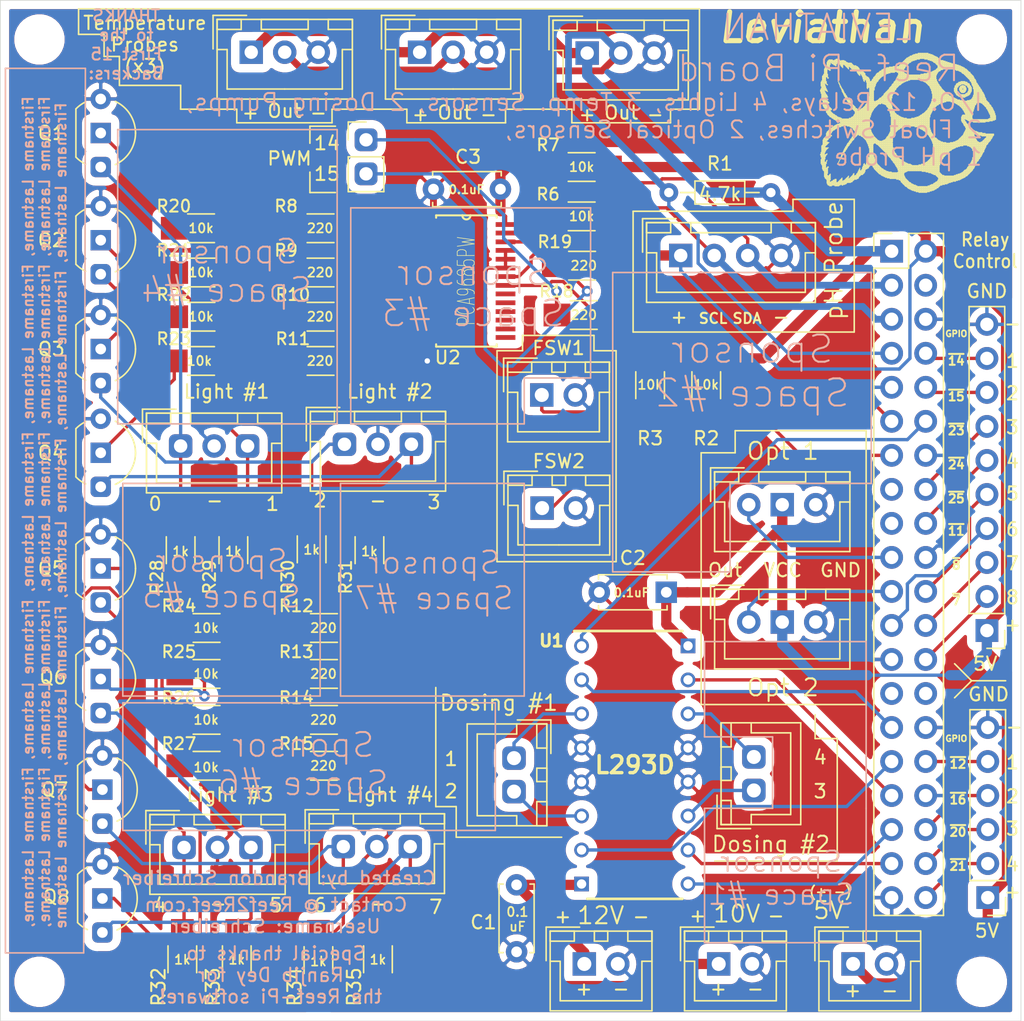
<source format=kicad_pcb>
(kicad_pcb (version 20171130) (host pcbnew "(5.1.4)-1")
  (layers (0 F.Cu signal) (31 B.Cu signal) (34 B.Paste user hide) (35 F.Paste user hide) (36 B.SilkS user hide) (37 F.SilkS user) (38 B.Mask user) (39 F.Mask user hide) (44 Edge.Cuts user))
  (net 0 "")
  (net 1 12V)
  (net 2 GND)
  (net 3 5V)
  (net 4 3.3V)
  (net 5 ~4)
  (net 6 ~21)
  (net 7 ~20)
  (net 8 ~26)
  (net 9 ~16)
  (net 10 ~19)
  (net 11 ~13)
  (net 12 ~12)
  (net 13 ~6)
  (net 14 ~5)
  (net 15 ~7)
  (net 16 ~8)
  (net 17 ~11)
  (net 18 ~25)
  (net 19 ~9)
  (net 20 ~10)
  (net 21 ~24)
  (net 22 ~23)
  (net 23 ~22)
  (net 24 ~27)
  (net 25 ~18)
  (net 26 ~17)
  (net 27 ~15)
  (net 28 ~14)
  (net 29 SCL)
  (net 30 SDA)
  (net 31 10V)
  (net 32 "Net-(Q1-Pad2)")
  (net 33 "Net-(Q2-Pad2)")
  (net 34 "Net-(Q3-Pad2)")
  (net 35 "Net-(Q4-Pad2)")
  (net 36 "Net-(Q5-Pad2)")
  (net 37 "Net-(Q6-Pad2)")
  (net 38 "Net-(Q7-Pad2)")
  (net 39 "Net-(Q8-Pad2)")
  (net 40 "Net-(R20-Pad2)")
  (net 41 "Net-(R8-Pad2)")
  (net 42 "Net-(R21-Pad2)")
  (net 43 "Net-(R9-Pad2)")
  (net 44 "Net-(R10-Pad1)")
  (net 45 "Net-(R10-Pad2)")
  (net 46 "Net-(R11-Pad1)")
  (net 47 "Net-(R11-Pad2)")
  (net 48 "Net-(R12-Pad1)")
  (net 49 "Net-(R12-Pad2)")
  (net 50 "Net-(R13-Pad1)")
  (net 51 "Net-(R13-Pad2)")
  (net 52 "Net-(R14-Pad1)")
  (net 53 "Net-(R14-Pad2)")
  (net 54 "Net-(R15-Pad1)")
  (net 55 "Net-(R15-Pad2)")
  (net 56 "Net-(R18-Pad2)")
  (net 57 "Net-(R19-Pad2)")
  (net 58 "Net-(U2-Pad18)")
  (net 59 "Net-(U2-Pad17)")
  (net 60 "Net-(U2-Pad16)")
  (net 61 "Net-(U2-Pad15)")
  (net 62 "Net-(J16-Pad1)")
  (net 63 "Net-(J16-Pad3)")
  (net 64 "Net-(J1-Pad1)")
  (net 65 "Net-(J1-Pad2)")
  (net 66 "Net-(J2-Pad2)")
  (net 67 "Net-(J2-Pad1)")
  (net 68 "Net-(J17-Pad1)")
  (net 69 "Net-(J17-Pad3)")
  (net 70 "Net-(J18-Pad1)")
  (net 71 "Net-(J18-Pad3)")
  (net 72 "Net-(J12-Pad28)")
  (net 73 "Net-(J12-Pad27)")
  (net 74 "Net-(J19-Pad1)")
  (net 75 "Net-(J19-Pad3)")
  (net 76 "Net-(J12-Pad4)")
  (net 77 "Net-(J12-Pad17)")
  (net 78 PWM14)
  (net 79 PWM15)
  (net 80 "Net-(U2-Pad20)")
  (net 81 "Net-(U2-Pad19)")
  (module Connectors_JST:JST_XH_B03B-XH-A_03x2.50mm_Straight (layer F.Cu) (at 147.4 134.3025)
    (fp_text reference J19 hide)
    (fp_text value Light4)
    (pad 1 thru_hole roundrect (at 0 0) (size 1.75 1.75) (drill 1) (layers *.Cu *.Mask) (net 74 "Net-(J19-Pad1)"))
    (pad 2 thru_hole circle (at 2.5 0) (size 1.75 1.75) (drill 1) (layers *.Cu *.Mask) (net 2 GND))
    (pad 3 thru_hole roundrect (at 5 0) (size 1.75 1.75) (drill 1) (layers *.Cu *.Mask) (net 75 "Net-(J19-Pad3)"))
  )
  (module Connectors_JST:JST_XH_B02B-XH-A_02x2.50mm_Straight (layer F.Cu) (at 162.219 100.584)
    (fp_text reference FSW1 (at 1.25 -3.5) (layer F.SilkS))
    (fp_text value "Float Switch 1")
    (pad 1 thru_hole rect (at 0 0) (size 1.75 1.75) (drill 1.05) (layers *.Cu *.Mask) (net 26 ~17))
    (pad 2 thru_hole circle (at 2.5 0) (size 1.75 1.75) (drill 1.05) (layers *.Cu *.Mask) (net 2 GND))
  )
  (module Capacitors_THT:C_Disc_D5.0mm_W2.5mm_P5.00mm (layer F.Cu) (at 160.3375 137.16 270)
    (fp_text reference C1 (at 2.794 2.4765 180) (layer F.SilkS))
    (fp_text value 0.1uF)
    (pad 1 thru_hole circle (at 0 0 270) (size 1.6 1.6) (drill 0.8) (layers *.Cu *.Mask) (net 1 12V))
    (pad 2 thru_hole circle (at 5 0 270) (size 1.6 1.6) (drill 0.8) (layers *.Cu *.Mask) (net 2 GND))
  )
  (module Connectors_JST:JST_XH_B02B-XH-A_02x2.50mm_Straight (layer F.Cu) (at 178.054 130.1115 90)
    (fp_text reference J2 hide)
    (fp_text value "Dose Motor 2 Conn.")
    (pad 1 thru_hole roundrect (at 0 0 90) (size 1.75 1.75) (drill 1.05) (layers *.Cu *.Mask) (net 67 "Net-(J2-Pad1)"))
    (pad 2 thru_hole roundrect (at 2.5 0 90) (size 1.75 1.75) (drill 1.05) (layers *.Cu *.Mask) (net 66 "Net-(J2-Pad2)"))
  )
  (module Pin_Headers:Pin_Header_Straight_1x10_Pitch2.54mm (layer F.Cu) (at 195.453 118.1735 180)
    (fp_text reference J7 hide)
    (fp_text value "8 Relay Conn.")
    (pad 10 thru_hole oval (at 0 22.86 180) (size 1.7 1.7) (drill 1) (layers *.Cu *.Mask) (net 2 GND))
    (pad 9 thru_hole oval (at 0 20.32 180) (size 1.7 1.7) (drill 1) (layers *.Cu *.Mask) (net 28 ~14))
    (pad 8 thru_hole oval (at 0 17.78 180) (size 1.7 1.7) (drill 1) (layers *.Cu *.Mask) (net 27 ~15))
    (pad 7 thru_hole oval (at 0 15.24 180) (size 1.7 1.7) (drill 1) (layers *.Cu *.Mask) (net 22 ~23))
    (pad 6 thru_hole oval (at 0 12.7 180) (size 1.7 1.7) (drill 1) (layers *.Cu *.Mask) (net 21 ~24))
    (pad 5 thru_hole oval (at 0 10.16 180) (size 1.7 1.7) (drill 1) (layers *.Cu *.Mask) (net 18 ~25))
    (pad 4 thru_hole oval (at 0 7.62 180) (size 1.7 1.7) (drill 1) (layers *.Cu *.Mask) (net 17 ~11))
    (pad 3 thru_hole oval (at 0 5.08 180) (size 1.7 1.7) (drill 1) (layers *.Cu *.Mask) (net 16 ~8))
    (pad 2 thru_hole oval (at 0 2.54 180) (size 1.7 1.7) (drill 1) (layers *.Cu *.Mask) (net 15 ~7))
    (pad 1 thru_hole rect (at 0 0 180) (size 1.7 1.7) (drill 1) (layers *.Cu *.Mask) (net 3 5V))
  )
  (module Pin_Headers:Pin_Header_Straight_1x06_Pitch2.54mm (layer F.Cu) (at 195.5165 138.1125 180)
    (fp_text reference J8 hide)
    (fp_text value "4 Relay Conn.")
    (pad 6 thru_hole oval (at 0 12.7 180) (size 1.7 1.7) (drill 1) (layers *.Cu *.Mask) (net 2 GND))
    (pad 5 thru_hole oval (at 0 10.16 180) (size 1.7 1.7) (drill 1) (layers *.Cu *.Mask) (net 12 ~12))
    (pad 4 thru_hole oval (at 0 7.62 180) (size 1.7 1.7) (drill 1) (layers *.Cu *.Mask) (net 9 ~16))
    (pad 3 thru_hole oval (at 0 5.08 180) (size 1.7 1.7) (drill 1) (layers *.Cu *.Mask) (net 7 ~20))
    (pad 2 thru_hole oval (at 0 2.54 180) (size 1.7 1.7) (drill 1) (layers *.Cu *.Mask) (net 6 ~21))
    (pad 1 thru_hole rect (at 0 0 180) (size 1.7 1.7) (drill 1) (layers *.Cu *.Mask) (net 3 5V))
  )
  (module Connectors_JST:JST_XH_B03B-XH-A_03x2.50mm_Straight (layer F.Cu) (at 177.673 117.5385)
    (fp_text reference J10 hide)
    (fp_text value "Opt 2")
    (pad 1 thru_hole circle (at 0 0) (size 1.75 1.75) (drill 1) (layers *.Cu *.Mask) (net 19 ~9))
    (pad 2 thru_hole rect (at 2.5 0) (size 1.75 1.75) (drill 1) (layers *.Cu *.Mask) (net 3 5V))
    (pad 3 thru_hole circle (at 5 0) (size 1.75 1.75) (drill 1) (layers *.Cu *.Mask) (net 2 GND))
  )
  (module Connectors_JST:JST_XH_B04B-XH-A_04x2.50mm_Straight (layer F.Cu) (at 172.593 90.17)
    (fp_text reference J6 hide)
    (fp_text value "pH Connector")
    (pad 1 thru_hole rect (at 0 0) (size 1.75 1.75) (drill 1) (layers *.Cu *.Mask) (net 3 5V))
    (pad 2 thru_hole circle (at 2.5 0) (size 1.75 1.75) (drill 1) (layers *.Cu *.Mask) (net 29 SCL))
    (pad 3 thru_hole circle (at 5 0) (size 1.75 1.75) (drill 1) (layers *.Cu *.Mask) (net 30 SDA))
    (pad 4 thru_hole circle (at 7.5 0) (size 1.75 1.75) (drill 1) (layers *.Cu *.Mask) (net 2 GND))
  )
  (module Connectors_JST:JST_XH_B02B-XH-A_02x2.50mm_Straight (layer F.Cu) (at 162.2425 109.0295)
    (fp_text reference FSW2 (at 1.25 -3.5) (layer F.SilkS))
    (fp_text value "Float Switch 2")
    (pad 1 thru_hole rect (at 0 0) (size 1.75 1.75) (drill 1.05) (layers *.Cu *.Mask) (net 24 ~27))
    (pad 2 thru_hole circle (at 2.5 0) (size 1.75 1.75) (drill 1.05) (layers *.Cu *.Mask) (net 2 GND))
  )
  (module Connectors_JST:JST_XH_B03B-XH-A_03x2.50mm_Straight (layer F.Cu) (at 135.509 134.366)
    (fp_text reference J18 hide)
    (fp_text value Light3)
    (pad 1 thru_hole roundrect (at 0 0) (size 1.75 1.75) (drill 1) (layers *.Cu *.Mask) (net 70 "Net-(J18-Pad1)"))
    (pad 2 thru_hole circle (at 2.5 0) (size 1.75 1.75) (drill 1) (layers *.Cu *.Mask) (net 2 GND))
    (pad 3 thru_hole roundrect (at 5 0) (size 1.75 1.75) (drill 1) (layers *.Cu *.Mask) (net 71 "Net-(J18-Pad3)"))
  )
  (module Connectors_JST:JST_XH_B03B-XH-A_03x2.50mm_Straight (layer F.Cu) (at 147.487 104.267)
    (fp_text reference J17 hide)
    (fp_text value Light2)
    (pad 1 thru_hole roundrect (at 0 0) (size 1.75 1.75) (drill 1) (layers *.Cu *.Mask) (net 68 "Net-(J17-Pad1)"))
    (pad 2 thru_hole circle (at 2.5 0) (size 1.75 1.75) (drill 1) (layers *.Cu *.Mask) (net 2 GND))
    (pad 3 thru_hole roundrect (at 5 0) (size 1.75 1.75) (drill 1) (layers *.Cu *.Mask) (net 69 "Net-(J17-Pad3)"))
  )
  (module Connectors_JST:JST_XH_B03B-XH-A_03x2.50mm_Straight (layer F.Cu) (at 135.255 104.394)
    (fp_text reference J16 hide)
    (fp_text value Light1)
    (pad 1 thru_hole roundrect (at 0 0) (size 1.75 1.75) (drill 1) (layers *.Cu *.Mask) (net 62 "Net-(J16-Pad1)"))
    (pad 2 thru_hole circle (at 2.5 0) (size 1.75 1.75) (drill 1) (layers *.Cu *.Mask) (net 2 GND))
    (pad 3 thru_hole roundrect (at 5 0) (size 1.75 1.75) (drill 1) (layers *.Cu *.Mask) (net 63 "Net-(J16-Pad3)"))
  )
  (module Connectors_JST:JST_XH_B02B-XH-A_02x2.50mm_Straight (layer F.Cu) (at 175.427 143.0655)
    (fp_text reference J15 hide)
    (fp_text value "10V In")
    (pad 1 thru_hole rect (at 0 0) (size 1.75 1.75) (drill 1.05) (layers *.Cu *.Mask) (net 31 10V))
    (pad 2 thru_hole circle (at 2.5 0) (size 1.75 1.75) (drill 1.05) (layers *.Cu *.Mask) (net 2 GND))
  )
  (module Connectors_JST:JST_XH_B02B-XH-A_02x2.50mm_Straight (layer F.Cu) (at 185.46 143.0655)
    (fp_text reference J14 hide)
    (fp_text value "5V In")
    (pad 1 thru_hole rect (at 0 0) (size 1.75 1.75) (drill 1.05) (layers *.Cu *.Mask) (net 3 5V))
    (pad 2 thru_hole circle (at 2.5 0) (size 1.75 1.75) (drill 1.05) (layers *.Cu *.Mask) (net 2 GND))
  )
  (module Connectors_JST:JST_XH_B02B-XH-A_02x2.50mm_Straight (layer F.Cu) (at 165.394 143.0655)
    (fp_text reference J13 hide)
    (fp_text value "12V In")
    (pad 1 thru_hole rect (at 0 0) (size 1.75 1.75) (drill 1.05) (layers *.Cu *.Mask) (net 1 12V))
    (pad 2 thru_hole circle (at 2.5 0) (size 1.75 1.75) (drill 1.05) (layers *.Cu *.Mask) (net 2 GND))
  )
  (module Connectors_JST:JST_XH_B03B-XH-A_03x2.50mm_Straight (layer F.Cu) (at 177.673 108.7755)
    (fp_text reference J9 hide)
    (fp_text value "Opt 1")
    (pad 1 thru_hole circle (at 0 0) (size 1.75 1.75) (drill 1) (layers *.Cu *.Mask) (net 20 ~10))
    (pad 2 thru_hole rect (at 2.5 0) (size 1.75 1.75) (drill 1) (layers *.Cu *.Mask) (net 3 5V))
    (pad 3 thru_hole circle (at 5 0) (size 1.75 1.75) (drill 1) (layers *.Cu *.Mask) (net 2 GND))
  )
  (module "Reef Custom Connectors:JST_XH_B03B-XH-A_03x2.50mm_Straight(Audio)" (layer F.Cu) (at 165.608 75.057)
    (fp_text reference J5 hide)
    (fp_text value "3.5mm Jack")
    (pad T thru_hole rect (at 0 0) (size 1.75 1.75) (drill 1) (layers *.Cu *.Mask) (net 4 3.3V))
    (pad S thru_hole circle (at 2.5 0) (size 1.75 1.75) (drill 1) (layers *.Cu *.Mask) (net 5 ~4))
    (pad G thru_hole circle (at 5 0) (size 1.75 1.75) (drill 1) (layers *.Cu *.Mask) (net 2 GND))
  )
  (module "Reef Custom Connectors:JST_XH_B03B-XH-A_03x2.50mm_Straight(Audio)" (layer F.Cu) (at 153.0985 74.9935)
    (fp_text reference J4 hide)
    (fp_text value "3.5mm Jack")
    (pad T thru_hole rect (at 0 0) (size 1.75 1.75) (drill 1) (layers *.Cu *.Mask) (net 4 3.3V))
    (pad S thru_hole circle (at 2.5 0) (size 1.75 1.75) (drill 1) (layers *.Cu *.Mask) (net 5 ~4))
    (pad G thru_hole circle (at 5 0) (size 1.75 1.75) (drill 1) (layers *.Cu *.Mask) (net 2 GND))
  )
  (module "Reef Custom Connectors:JST_XH_B03B-XH-A_03x2.50mm_Straight(Audio)" (layer F.Cu) (at 140.5255 74.9935)
    (fp_text reference J3 hide)
    (fp_text value "3.5mm Jack")
    (pad T thru_hole rect (at 0 0) (size 1.75 1.75) (drill 1) (layers *.Cu *.Mask) (net 4 3.3V))
    (pad S thru_hole circle (at 2.5 0) (size 1.75 1.75) (drill 1) (layers *.Cu *.Mask) (net 5 ~4))
    (pad G thru_hole circle (at 5 0) (size 1.75 1.75) (drill 1) (layers *.Cu *.Mask) (net 2 GND))
  )
  (module Connectors_JST:JST_XH_B02B-XH-A_02x2.50mm_Straight (layer F.Cu) (at 160.147 127.6985 270)
    (fp_text reference J1 hide)
    (fp_text value "Dose Motor 1 Conn.")
    (pad 1 thru_hole roundrect (at 0 0 270) (size 1.75 1.75) (drill 1.05) (layers *.Cu *.Mask) (net 64 "Net-(J1-Pad1)"))
    (pad 2 thru_hole roundrect (at 2.5 0 270) (size 1.75 1.75) (drill 1.05) (layers *.Cu *.Mask) (net 65 "Net-(J1-Pad2)"))
  )
  (module Pin_Headers:Pin_Header_Straight_1x02_Pitch2.54mm (layer F.Cu) (at 149.098 81.534)
    (fp_text reference J11 hide)
    (fp_text value PWM14&15)
    (pad 1 thru_hole roundrect (at 0 0) (size 1.7 1.7) (drill 1) (layers *.Cu *.Mask) (net 78 PWM14))
    (pad 2 thru_hole roundrect (at 0 2.54) (size 1.7 1.7) (drill 1) (layers *.Cu *.Mask) (net 79 PWM15))
  )
  (module Resistors_SMD:R_1206_HandSoldering (layer F.Cu) (at 149.987 142.716 90)
    (fp_text reference R35 (at -2.064 -1.778 90) (layer F.SilkS))
    (fp_text value 1k)
    (pad 1 smd rect (at -2 0 90) (size 2 1.7) (layers F.Cu F.Paste F.Mask) (net 31 10V))
    (pad 2 smd rect (at 2 0 90) (size 2 1.7) (layers F.Cu F.Paste F.Mask) (net 75 "Net-(J19-Pad3)"))
  )
  (module Resistors_SMD:R_1206_HandSoldering (layer F.Cu) (at 145.542 142.78 90)
    (fp_text reference R34 (at -2 -1.778 90) (layer F.SilkS))
    (fp_text value 1k)
    (pad 1 smd rect (at -2 0 90) (size 2 1.7) (layers F.Cu F.Paste F.Mask) (net 31 10V))
    (pad 2 smd rect (at 2 0 90) (size 2 1.7) (layers F.Cu F.Paste F.Mask) (net 74 "Net-(J19-Pad1)"))
  )
  (module Resistors_SMD:R_1206_HandSoldering (layer F.Cu) (at 139.446 142.716 90)
    (fp_text reference R33 (at -2.064 -1.778 90) (layer F.SilkS))
    (fp_text value 1k)
    (pad 1 smd rect (at -2 0 90) (size 2 1.7) (layers F.Cu F.Paste F.Mask) (net 31 10V))
    (pad 2 smd rect (at 2 0 90) (size 2 1.7) (layers F.Cu F.Paste F.Mask) (net 71 "Net-(J18-Pad3)"))
  )
  (module Resistors_SMD:R_1206_HandSoldering (layer F.Cu) (at 135.382 142.716 90)
    (fp_text reference R32 (at -2.064 -1.778 90) (layer F.SilkS))
    (fp_text value 1k)
    (pad 1 smd rect (at -2 0 90) (size 2 1.7) (layers F.Cu F.Paste F.Mask) (net 31 10V))
    (pad 2 smd rect (at 2 0 90) (size 2 1.7) (layers F.Cu F.Paste F.Mask) (net 70 "Net-(J18-Pad1)"))
  )
  (module Resistors_SMD:R_1206_HandSoldering (layer F.Cu) (at 149.352 112.173 90)
    (fp_text reference R31 (at -2 -1.778 90) (layer F.SilkS) (effects (font (size 0.889 0.889))))
    (fp_text value 1k)
    (pad 1 smd rect (at -2 0 90) (size 2 1.7) (layers F.Cu F.Paste F.Mask) (net 31 10V))
    (pad 2 smd rect (at 2 0 90) (size 2 1.7) (layers F.Cu F.Paste F.Mask) (net 69 "Net-(J17-Pad3)"))
  )
  (module Resistors_SMD:R_1206_HandSoldering (layer F.Cu) (at 145.034 112.109 90)
    (fp_text reference R30 (at -2.064 -1.778 90) (layer F.SilkS) (effects (font (size 0.889 0.889))))
    (fp_text value 1k)
    (pad 1 smd rect (at -2 0 90) (size 2 1.7) (layers F.Cu F.Paste F.Mask) (net 31 10V))
    (pad 2 smd rect (at 2 0 90) (size 2 1.7) (layers F.Cu F.Paste F.Mask) (net 68 "Net-(J17-Pad1)"))
  )
  (module Resistors_SMD:R_1206_HandSoldering (layer F.Cu) (at 139.192 112.173 90)
    (fp_text reference R29 (at -2 -1.778 90) (layer F.SilkS) (effects (font (size 0.889 0.889))))
    (fp_text value 1k)
    (pad 1 smd rect (at -2 0 90) (size 2 1.7) (layers F.Cu F.Paste F.Mask) (net 31 10V))
    (pad 2 smd rect (at 2 0 90) (size 2 1.7) (layers F.Cu F.Paste F.Mask) (net 63 "Net-(J16-Pad3)"))
  )
  (module Resistors_SMD:R_1206_HandSoldering (layer F.Cu) (at 135.255 112.173 90)
    (fp_text reference R28 (at -2 -1.778 90) (layer F.SilkS) (effects (font (size 0.889 0.889))))
    (fp_text value 1k)
    (pad 1 smd rect (at -2 0 90) (size 2 1.7) (layers F.Cu F.Paste F.Mask) (net 31 10V))
    (pad 2 smd rect (at 2 0 90) (size 2 1.7) (layers F.Cu F.Paste F.Mask) (net 62 "Net-(J16-Pad1)"))
  )
  (module TO_SOT_Packages_THT:TO-92_Inline_Wide (layer F.Cu) (at 129.413 135.636 270)
    (fp_text reference Q8 (at 2.413 3.429 180) (layer F.SilkS))
    (fp_text value NPN)
    (pad 2 thru_hole rect (at 2.54 0) (size 1.52 1.52) (drill 0.8) (layers *.Cu *.Mask) (net 39 "Net-(Q8-Pad2)"))
    (pad 3 thru_hole roundrect (at 5.08 0) (size 1.52 1.52) (drill 0.8) (layers *.Cu *.Mask) (net 75 "Net-(J19-Pad3)"))
    (pad 1 thru_hole oval (at 0 0) (size 1.52 1.52) (drill 0.8) (layers *.Cu *.Mask) (net 2 GND))
  )
  (module TO_SOT_Packages_THT:TO-92_Inline_Wide (layer F.Cu) (at 129.413 127.508 270)
    (fp_text reference Q7 (at 2.54 3.556) (layer F.SilkS))
    (fp_text value NPN)
    (pad 2 thru_hole rect (at 2.54 0) (size 1.52 1.52) (drill 0.8) (layers *.Cu *.Mask) (net 38 "Net-(Q7-Pad2)"))
    (pad 3 thru_hole roundrect (at 5.08 0) (size 1.52 1.52) (drill 0.8) (layers *.Cu *.Mask) (net 74 "Net-(J19-Pad1)"))
    (pad 1 thru_hole oval (at 0 0) (size 1.52 1.52) (drill 0.8) (layers *.Cu *.Mask) (net 2 GND))
  )
  (module TO_SOT_Packages_THT:TO-92_Inline_Wide (layer F.Cu) (at 129.286 119.253 270)
    (fp_text reference Q6 (at 2.413 3.556) (layer F.SilkS))
    (fp_text value NPN)
    (pad 2 thru_hole rect (at 2.54 0) (size 1.52 1.52) (drill 0.8) (layers *.Cu *.Mask) (net 37 "Net-(Q6-Pad2)"))
    (pad 3 thru_hole roundrect (at 5.08 0) (size 1.52 1.52) (drill 0.8) (layers *.Cu *.Mask) (net 71 "Net-(J18-Pad3)"))
    (pad 1 thru_hole oval (at 0 0) (size 1.52 1.52) (drill 0.8) (layers *.Cu *.Mask) (net 2 GND))
  )
  (module TO_SOT_Packages_THT:TO-92_Inline_Wide (layer F.Cu) (at 129.286 110.998 270)
    (fp_text reference Q5 (at 2.54 3.683) (layer F.SilkS))
    (fp_text value NPN)
    (pad 2 thru_hole rect (at 2.54 0) (size 1.52 1.52) (drill 0.8) (layers *.Cu B.Mask) (net 36 "Net-(Q5-Pad2)"))
    (pad 3 thru_hole roundrect (at 5.08 0) (size 1.52 1.52) (drill 0.8) (layers *.Cu *.Mask) (net 70 "Net-(J18-Pad1)"))
    (pad 1 thru_hole oval (at 0 0) (size 1.52 1.52) (drill 0.8) (layers *.Cu *.Mask) (net 2 GND))
  )
  (module TO_SOT_Packages_THT:TO-92_Inline_Wide (layer F.Cu) (at 129.286 102.362 270)
    (fp_text reference Q4 (at 2.54 3.683) (layer F.SilkS))
    (fp_text value NPN)
    (pad 2 thru_hole rect (at 2.54 0) (size 1.52 1.52) (drill 0.8) (layers *.Cu *.Mask) (net 35 "Net-(Q4-Pad2)"))
    (pad 3 thru_hole roundrect (at 5.08 0) (size 1.52 1.52) (drill 0.8) (layers *.Cu *.Mask) (net 69 "Net-(J17-Pad3)"))
    (pad 1 thru_hole oval (at 0 0) (size 1.52 1.52) (drill 0.8) (layers *.Cu *.Mask) (net 2 GND))
  )
  (module TO_SOT_Packages_THT:TO-92_Inline_Wide (layer F.Cu) (at 129.286 94.615 270)
    (fp_text reference Q3 (at 2.54 3.683) (layer F.SilkS))
    (fp_text value NPN)
    (pad 2 thru_hole rect (at 2.54 0) (size 1.52 1.52) (drill 0.8) (layers *.Cu *.Mask) (net 34 "Net-(Q3-Pad2)"))
    (pad 3 thru_hole roundrect (at 5.08 0) (size 1.52 1.52) (drill 0.8) (layers *.Cu *.Mask) (net 68 "Net-(J17-Pad1)"))
    (pad 1 thru_hole oval (at 0 0) (size 1.52 1.52) (drill 0.8) (layers *.Cu *.Mask) (net 2 GND))
  )
  (module Resistors_SMD:R_1206_HandSoldering (layer F.Cu) (at 170.307 99.8535 270)
    (fp_text reference R3 (at 3.969 0 180) (layer F.SilkS))
    (fp_text value 10k)
    (pad 1 smd rect (at -2 0 270) (size 2 1.7) (layers F.Cu F.Paste F.Mask) (net 4 3.3V))
    (pad 2 smd rect (at 2 0 270) (size 2 1.7) (layers F.Cu F.Paste F.Mask) (net 26 ~17))
  )
  (module Resistors_SMD:R_1206_HandSoldering (layer F.Cu) (at 174.498 99.8535 270)
    (fp_text reference R2 (at 3.969 0 180) (layer F.SilkS))
    (fp_text value 10k)
    (pad 1 smd rect (at -2 0 270) (size 2 1.7) (layers F.Cu F.Paste F.Mask) (net 4 3.3V))
    (pad 2 smd rect (at 2 0 270) (size 2 1.7) (layers F.Cu F.Paste F.Mask) (net 24 ~27))
  )
  (module Mounting_Holes:MountingHole_2.5mm (layer F.Cu) (at 124.714 74.041)
    (fp_text reference H4 hide)
    (fp_text value MountingHole_Pad)
    (pad 1 np_thru_hole circle (at 0 0) (size 2.5 2.5) (drill 2.5) (layers *.Cu *.Mask))
  )
  (module PCA9685PW_118:SOP65P640X110-28N (layer F.Cu) (at 156.591 92.075)
    (fp_text reference U2 (at -1.397 5.715) (layer F.SilkS) (effects (font (size 0.96266 0.96266) (thickness 0.14986))))
    (fp_text value PCA9685PW (at 0 0 90) (layer F.SilkS) (effects (font (size 1.27 0.762) (thickness 0.05))))
    (pad 28 smd rect (at 2.921 -4.2164) (size 1.4732 0.3556) (layers F.Cu F.Paste F.Mask) (net 3 5V))
    (pad 27 smd rect (at 2.921 -3.5814) (size 1.4732 0.3556) (layers F.Cu F.Paste F.Mask) (net 30 SDA))
    (pad 26 smd rect (at 2.921 -2.921) (size 1.4732 0.3556) (layers F.Cu F.Paste F.Mask) (net 29 SCL))
    (pad 25 smd rect (at 2.921 -2.286) (size 1.4732 0.3556) (layers F.Cu F.Paste F.Mask) (net 2 GND))
    (pad 24 smd rect (at 2.921 -1.6256) (size 1.4732 0.3556) (layers F.Cu F.Paste F.Mask) (net 2 GND))
    (pad 23 smd rect (at 2.921 -0.9652) (size 1.4732 0.3556) (layers F.Cu F.Paste F.Mask) (net 2 GND))
    (pad 22 smd rect (at 2.921 -0.3302) (size 1.4732 0.3556) (layers F.Cu F.Paste F.Mask) (net 57 "Net-(R19-Pad2)"))
    (pad 21 smd rect (at 2.921 0.3302) (size 1.4732 0.3556) (layers F.Cu F.Paste F.Mask) (net 56 "Net-(R18-Pad2)"))
    (pad 20 smd rect (at 2.921 0.9652) (size 1.4732 0.3556) (layers F.Cu F.Paste F.Mask) (net 80 "Net-(U2-Pad20)"))
    (pad 19 smd rect (at 2.921 1.6256) (size 1.4732 0.3556) (layers F.Cu F.Paste F.Mask) (net 81 "Net-(U2-Pad19)"))
    (pad 18 smd rect (at 2.921 2.286) (size 1.4732 0.3556) (layers F.Cu F.Paste F.Mask) (net 58 "Net-(U2-Pad18)"))
    (pad 17 smd rect (at 2.921 2.921) (size 1.4732 0.3556) (layers F.Cu F.Paste F.Mask) (net 59 "Net-(U2-Pad17)"))
    (pad 16 smd rect (at 2.921 3.5814) (size 1.4732 0.3556) (layers F.Cu F.Paste F.Mask) (net 60 "Net-(U2-Pad16)"))
    (pad 15 smd rect (at 2.921 4.2164) (size 1.4732 0.3556) (layers F.Cu F.Paste F.Mask) (net 61 "Net-(U2-Pad15)"))
    (pad 14 smd rect (at -2.921 4.2164) (size 1.4732 0.3556) (layers F.Cu F.Paste F.Mask) (net 2 GND))
    (pad 13 smd rect (at -2.921 3.5814) (size 1.4732 0.3556) (layers F.Cu F.Paste F.Mask) (net 55 "Net-(R15-Pad2)"))
    (pad 12 smd rect (at -2.921 2.921) (size 1.4732 0.3556) (layers F.Cu F.Paste F.Mask) (net 53 "Net-(R14-Pad2)"))
    (pad 11 smd rect (at -2.921 2.286) (size 1.4732 0.3556) (layers F.Cu F.Paste F.Mask) (net 51 "Net-(R13-Pad2)"))
    (pad 10 smd rect (at -2.921 1.6256) (size 1.4732 0.3556) (layers F.Cu F.Paste F.Mask) (net 49 "Net-(R12-Pad2)"))
    (pad 9 smd rect (at -2.921 0.9652) (size 1.4732 0.3556) (layers F.Cu F.Paste F.Mask) (net 47 "Net-(R11-Pad2)"))
    (pad 8 smd rect (at -2.921 0.3302) (size 1.4732 0.3556) (layers F.Cu F.Paste F.Mask) (net 45 "Net-(R10-Pad2)"))
    (pad 7 smd rect (at -2.921 -0.3302) (size 1.4732 0.3556) (layers F.Cu F.Paste F.Mask) (net 43 "Net-(R9-Pad2)"))
    (pad 6 smd rect (at -2.921 -0.9652) (size 1.4732 0.3556) (layers F.Cu F.Paste F.Mask) (net 41 "Net-(R8-Pad2)"))
    (pad 5 smd rect (at -2.921 -1.6256) (size 1.4732 0.3556) (layers F.Cu F.Paste F.Mask) (net 2 GND))
    (pad 4 smd rect (at -2.921 -2.286) (size 1.4732 0.3556) (layers F.Cu F.Paste F.Mask) (net 2 GND))
    (pad 3 smd rect (at -2.921 -2.921) (size 1.4732 0.3556) (layers F.Cu F.Paste F.Mask) (net 2 GND))
    (pad 2 smd rect (at -2.921 -3.5814) (size 1.4732 0.3556) (layers F.Cu F.Paste F.Mask) (net 2 GND))
    (pad 1 smd rect (at -2.921 -4.2164) (size 1.4732 0.3556) (layers F.Cu F.Paste F.Mask) (net 2 GND))
  )
  (module Resistors_SMD:R_1206_HandSoldering (layer F.Cu) (at 137.192 128.27)
    (fp_text reference R27 (at -2.064 -1.651) (layer F.SilkS) (effects (font (size 0.889 0.889))))
    (fp_text value 10k)
    (pad 1 smd rect (at -2 0) (size 2 1.7) (layers F.Cu F.Paste F.Mask) (net 39 "Net-(Q8-Pad2)"))
    (pad 2 smd rect (at 2 0) (size 2 1.7) (layers F.Cu F.Paste F.Mask) (net 54 "Net-(R15-Pad1)"))
  )
  (module Resistors_SMD:R_1206_HandSoldering (layer F.Cu) (at 137.192 124.841)
    (fp_text reference R26 (at -2.064 -1.651) (layer F.SilkS) (effects (font (size 0.889 0.889))))
    (fp_text value 10k)
    (pad 1 smd rect (at -2 0) (size 2 1.7) (layers F.Cu F.Paste F.Mask) (net 38 "Net-(Q7-Pad2)"))
    (pad 2 smd rect (at 2 0) (size 2 1.7) (layers F.Cu F.Paste F.Mask) (net 52 "Net-(R14-Pad1)"))
  )
  (module Resistors_SMD:R_1206_HandSoldering (layer F.Cu) (at 137.192 121.412)
    (fp_text reference R25 (at -2.064 -1.651) (layer F.SilkS) (effects (font (size 0.889 0.889))))
    (fp_text value 10k)
    (pad 1 smd rect (at -2 0) (size 2 1.7) (layers F.Cu F.Paste F.Mask) (net 37 "Net-(Q6-Pad2)"))
    (pad 2 smd rect (at 2 0) (size 2 1.7) (layers F.Cu F.Paste F.Mask) (net 50 "Net-(R13-Pad1)"))
  )
  (module Resistors_SMD:R_1206_HandSoldering (layer F.Cu) (at 137.192 117.983)
    (fp_text reference R24 (at -2.064 -1.651) (layer F.SilkS) (effects (font (size 0.889 0.889))))
    (fp_text value 10k)
    (pad 1 smd rect (at -2 0) (size 2 1.7) (layers F.Cu F.Paste F.Mask) (net 36 "Net-(Q5-Pad2)"))
    (pad 2 smd rect (at 2 0) (size 2 1.7) (layers F.Cu F.Paste F.Mask) (net 48 "Net-(R12-Pad1)"))
  )
  (module Resistors_SMD:R_1206_HandSoldering (layer F.Cu) (at 136.779 98.044)
    (fp_text reference R23 (at -2.032 -1.651) (layer F.SilkS) (effects (font (size 0.889 0.889))))
    (fp_text value 10k)
    (pad 1 smd rect (at -2 0) (size 2 1.7) (layers F.Cu F.Paste F.Mask) (net 35 "Net-(Q4-Pad2)"))
    (pad 2 smd rect (at 2 0) (size 2 1.7) (layers F.Cu F.Paste F.Mask) (net 46 "Net-(R11-Pad1)"))
  )
  (module Resistors_SMD:R_1206_HandSoldering (layer F.Cu) (at 136.811 94.742)
    (fp_text reference R22 (at -2.064 -1.651) (layer F.SilkS) (effects (font (size 0.889 0.889))))
    (fp_text value 10k)
    (pad 1 smd rect (at -2 0) (size 2 1.7) (layers F.Cu F.Paste F.Mask) (net 34 "Net-(Q3-Pad2)"))
    (pad 2 smd rect (at 2 0) (size 2 1.7) (layers F.Cu F.Paste F.Mask) (net 44 "Net-(R10-Pad1)"))
  )
  (module Resistors_SMD:R_1206_HandSoldering (layer F.Cu) (at 136.811 91.44)
    (fp_text reference R21 (at -2.064 -1.651) (layer F.SilkS) (effects (font (size 0.889 0.889))))
    (fp_text value 10k)
    (pad 1 smd rect (at -2 0) (size 2 1.7) (layers F.Cu F.Paste F.Mask) (net 33 "Net-(Q2-Pad2)"))
    (pad 2 smd rect (at 2 0) (size 2 1.7) (layers F.Cu F.Paste F.Mask) (net 42 "Net-(R21-Pad2)"))
  )
  (module Resistors_SMD:R_1206_HandSoldering (layer F.Cu) (at 136.779 88.138)
    (fp_text reference R20 (at -2.032 -1.651) (layer F.SilkS) (effects (font (size 0.889 0.889))))
    (fp_text value 10k)
    (pad 1 smd rect (at -2 0) (size 2 1.7) (layers F.Cu F.Paste F.Mask) (net 32 "Net-(Q1-Pad2)"))
    (pad 2 smd rect (at 2 0) (size 2 1.7) (layers F.Cu F.Paste F.Mask) (net 40 "Net-(R20-Pad2)"))
  )
  (module Resistors_SMD:R_1206_HandSoldering (layer F.Cu) (at 165.227 90.932)
    (fp_text reference R19 (at -2.032 -1.778) (layer F.SilkS) (effects (font (size 0.889 0.889))))
    (fp_text value 220)
    (pad 1 smd rect (at -2 0) (size 2 1.7) (layers F.Cu F.Paste F.Mask) (net 79 PWM15))
    (pad 2 smd rect (at 2 0) (size 2 1.7) (layers F.Cu F.Paste F.Mask) (net 57 "Net-(R19-Pad2)"))
  )
  (module Resistors_SMD:R_1206_HandSoldering (layer F.Cu) (at 165.354 94.615)
    (fp_text reference R18 (at -2.032 -1.778) (layer F.SilkS) (effects (font (size 0.889 0.889))))
    (fp_text value 220)
    (pad 1 smd rect (at -2 0) (size 2 1.7) (layers F.Cu F.Paste F.Mask) (net 78 PWM14))
    (pad 2 smd rect (at 2 0) (size 2 1.7) (layers F.Cu F.Paste F.Mask) (net 56 "Net-(R18-Pad2)"))
  )
  (module Resistors_SMD:R_1206_HandSoldering (layer F.Cu) (at 145.955 128.27)
    (fp_text reference R15 (at -2.064 -1.651) (layer F.SilkS) (effects (font (size 0.889 0.889))))
    (fp_text value 220)
    (pad 1 smd rect (at -2 0) (size 2 1.7) (layers F.Cu F.Paste F.Mask) (net 54 "Net-(R15-Pad1)"))
    (pad 2 smd rect (at 2 0) (size 2 1.7) (layers F.Cu F.Paste F.Mask) (net 55 "Net-(R15-Pad2)"))
  )
  (module Resistors_SMD:R_1206_HandSoldering (layer F.Cu) (at 145.955 124.841)
    (fp_text reference R14 (at -2.064 -1.651) (layer F.SilkS) (effects (font (size 0.889 0.889))))
    (fp_text value 220)
    (pad 1 smd rect (at -2 0) (size 2 1.7) (layers F.Cu F.Paste F.Mask) (net 52 "Net-(R14-Pad1)"))
    (pad 2 smd rect (at 2 0) (size 2 1.7) (layers F.Cu F.Paste F.Mask) (net 53 "Net-(R14-Pad2)"))
  )
  (module Resistors_SMD:R_1206_HandSoldering (layer F.Cu) (at 145.955 121.412)
    (fp_text reference R13 (at -2.064 -1.651) (layer F.SilkS) (effects (font (size 0.889 0.889))))
    (fp_text value 220)
    (pad 1 smd rect (at -2 0) (size 2 1.7) (layers F.Cu F.Paste F.Mask) (net 50 "Net-(R13-Pad1)"))
    (pad 2 smd rect (at 2 0) (size 2 1.7) (layers F.Cu F.Paste F.Mask) (net 51 "Net-(R13-Pad2)"))
  )
  (module Resistors_SMD:R_1206_HandSoldering (layer F.Cu) (at 145.955 117.983)
    (fp_text reference R12 (at -2.064 -1.651) (layer F.SilkS) (effects (font (size 0.889 0.889))))
    (fp_text value 220)
    (pad 1 smd rect (at -2 0) (size 2 1.7) (layers F.Cu F.Paste F.Mask) (net 48 "Net-(R12-Pad1)"))
    (pad 2 smd rect (at 2 0) (size 2 1.7) (layers F.Cu F.Paste F.Mask) (net 49 "Net-(R12-Pad2)"))
  )
  (module Resistors_SMD:R_1206_HandSoldering (layer F.Cu) (at 145.701 98.044)
    (fp_text reference R11 (at -2.064 -1.651) (layer F.SilkS) (effects (font (size 0.889 0.889))))
    (fp_text value 220)
    (pad 1 smd rect (at -2 0) (size 2 1.7) (layers F.Cu F.Paste F.Mask) (net 46 "Net-(R11-Pad1)"))
    (pad 2 smd rect (at 2 0) (size 2 1.7) (layers F.Cu F.Paste F.Mask) (net 47 "Net-(R11-Pad2)"))
  )
  (module Resistors_SMD:R_1206_HandSoldering (layer F.Cu) (at 145.701 94.742)
    (fp_text reference R10 (at -2.064 -1.651) (layer F.SilkS) (effects (font (size 0.889 0.889))))
    (fp_text value 220)
    (pad 1 smd rect (at -2 0) (size 2 1.7) (layers F.Cu F.Paste F.Mask) (net 44 "Net-(R10-Pad1)"))
    (pad 2 smd rect (at 2 0) (size 2 1.7) (layers F.Cu F.Paste F.Mask) (net 45 "Net-(R10-Pad2)"))
  )
  (module Resistors_SMD:R_1206_HandSoldering (layer F.Cu) (at 145.701 91.44)
    (fp_text reference R9 (at -2.572 -1.651) (layer F.SilkS) (effects (font (size 0.889 0.889))))
    (fp_text value 220)
    (pad 1 smd rect (at -2 0) (size 2 1.7) (layers F.Cu F.Paste F.Mask) (net 42 "Net-(R21-Pad2)"))
    (pad 2 smd rect (at 2 0) (size 2 1.7) (layers F.Cu F.Paste F.Mask) (net 43 "Net-(R9-Pad2)"))
  )
  (module Resistors_SMD:R_1206_HandSoldering (layer F.Cu) (at 145.701 88.138)
    (fp_text reference R8 (at -2.572 -1.651) (layer F.SilkS) (effects (font (size 0.889 0.889))))
    (fp_text value 220)
    (pad 1 smd rect (at -2 0) (size 2 1.7) (layers F.Cu F.Paste F.Mask) (net 40 "Net-(R20-Pad2)"))
    (pad 2 smd rect (at 2 0) (size 2 1.7) (layers F.Cu F.Paste F.Mask) (net 41 "Net-(R8-Pad2)"))
  )
  (module Resistors_SMD:R_1206_HandSoldering (layer F.Cu) (at 165.195 83.566 180)
    (fp_text reference R7 (at 2.508 1.651) (layer F.SilkS) (effects (font (size 0.889 0.889))))
    (fp_text value 10k)
    (pad 1 smd rect (at -2 0 180) (size 2 1.7) (layers F.Cu F.Paste F.Mask) (net 3 5V))
    (pad 2 smd rect (at 2 0 180) (size 2 1.7) (layers F.Cu F.Paste F.Mask) (net 30 SDA))
  )
  (module Resistors_SMD:R_1206_HandSoldering (layer F.Cu) (at 165.195 87.249 180)
    (fp_text reference R6 (at 2.508 1.651) (layer F.SilkS) (effects (font (size 0.889 0.889))))
    (fp_text value 10k)
    (pad 1 smd rect (at -2 0 180) (size 2 1.7) (layers F.Cu F.Paste F.Mask) (net 3 5V))
    (pad 2 smd rect (at 2 0 180) (size 2 1.7) (layers F.Cu F.Paste F.Mask) (net 29 SCL))
  )
  (module TO_SOT_Packages_THT:TO-92_Inline_Wide (layer F.Cu) (at 129.286 86.487 270)
    (fp_text reference Q2 (at 2.54 3.683) (layer F.SilkS))
    (fp_text value NPN)
    (pad 2 thru_hole rect (at 2.54 0) (size 1.52 1.52) (drill 0.8) (layers *.Cu *.Mask) (net 33 "Net-(Q2-Pad2)"))
    (pad 3 thru_hole roundrect (at 5.08 0) (size 1.52 1.52) (drill 0.8) (layers *.Cu *.Mask) (net 63 "Net-(J16-Pad3)"))
    (pad 1 thru_hole oval (at 0 0) (size 1.52 1.52) (drill 0.8) (layers *.Cu *.Mask) (net 2 GND))
  )
  (module TO_SOT_Packages_THT:TO-92_Inline_Wide (layer F.Cu) (at 129.286 78.486 270)
    (fp_text reference Q1 (at 2.54 3.683) (layer F.SilkS))
    (fp_text value NPN)
    (pad 2 thru_hole rect (at 2.54 0) (size 1.52 1.52) (drill 0.8) (layers *.Cu *.Mask) (net 32 "Net-(Q1-Pad2)"))
    (pad 3 thru_hole roundrect (at 5.08 0) (size 1.52 1.52) (drill 0.8) (layers *.Cu *.Mask) (net 62 "Net-(J16-Pad1)"))
    (pad 1 thru_hole oval (at 0 0) (size 1.52 1.52) (drill 0.8) (layers *.Cu *.Mask) (net 2 GND))
  )
  (module Capacitors_THT:C_Disc_D5.0mm_W2.5mm_P5.00mm (layer F.Cu) (at 159.131 85.217 180)
    (fp_text reference C3 (at 2.413 2.413) (layer F.SilkS))
    (fp_text value 0.1uF)
    (pad 1 thru_hole circle (at 0 0 180) (size 1.6 1.6) (drill 0.8) (layers *.Cu *.Mask) (net 3 5V))
    (pad 2 thru_hole circle (at 5 0 180) (size 1.6 1.6) (drill 0.8) (layers *.Cu *.Mask) (net 2 GND))
  )
  (module Capacitors_THT:C_Disc_D5.0mm_W2.5mm_P5.00mm (layer F.Cu) (at 166.5135 115.316)
    (fp_text reference C2 (at 2.5 -2.56) (layer F.SilkS))
    (fp_text value 0.1uF)
    (pad 1 thru_hole circle (at 0 0) (size 1.6 1.6) (drill 0.8) (layers *.Cu *.Mask) (net 2 GND))
    (pad 2 thru_hole rect (at 5 0) (size 1.6 1.6) (drill 0.8) (layers *.Cu *.Mask) (net 3 5V))
  )
  (module "Reef Logos:Logo" (layer F.Cu) (at 182.753 74.803)
    (fp_text reference H5 hide)
    (fp_text value "Logo(Small)" hide)
  )
  (module Mounting_Holes:MountingHole_2.5mm (layer F.Cu) (at 195.072 74.041)
    (fp_text reference H3 hide)
    (fp_text value MountingHole_Pad)
    (pad 1 np_thru_hole circle (at 0 0) (size 2.5 2.5) (drill 2.5) (layers *.Cu *.Mask))
  )
  (module Mounting_Holes:MountingHole_2.5mm (layer F.Cu) (at 195.072 144.399)
    (fp_text reference H2 hide)
    (fp_text value MountingHole_Pad)
    (pad 1 np_thru_hole circle (at 0 0) (size 2.5 2.5) (drill 2.5) (layers *.Cu *.Mask))
  )
  (module Mounting_Holes:MountingHole_2.5mm (layer F.Cu) (at 124.714 144.399)
    (fp_text reference H1 hide)
    (fp_text value MountingHole_Pad)
    (pad 1 np_thru_hole circle (at 0 0) (size 2.5 2.5) (drill 2.5) (layers *.Cu *.Mask))
  )
  (module Pin_Headers:Pin_Header_Straight_2x20_Pitch2.54mm (layer F.Cu) (at 188.341 89.8525)
    (fp_text reference J12 hide)
    (fp_text value "Raspberry Pi Pins")
    (pad 40 thru_hole oval (at 2.54 48.26) (size 1.7 1.7) (drill 1) (layers *.Cu *.Mask) (net 6 ~21))
    (pad 39 thru_hole oval (at 0 48.26) (size 1.7 1.7) (drill 1) (layers *.Cu *.Mask) (net 2 GND))
    (pad 38 thru_hole oval (at 2.54 45.72) (size 1.7 1.7) (drill 1) (layers *.Cu *.Mask) (net 7 ~20))
    (pad 37 thru_hole oval (at 0 45.72) (size 1.7 1.7) (drill 1) (layers *.Cu *.Mask) (net 8 ~26))
    (pad 36 thru_hole oval (at 2.54 43.18) (size 1.7 1.7) (drill 1) (layers *.Cu *.Mask) (net 9 ~16))
    (pad 35 thru_hole oval (at 0 43.18) (size 1.7 1.7) (drill 1) (layers *.Cu *.Mask) (net 10 ~19))
    (pad 34 thru_hole oval (at 2.54 40.64) (size 1.7 1.7) (drill 1) (layers *.Cu *.Mask) (net 2 GND))
    (pad 33 thru_hole oval (at 0 40.64) (size 1.7 1.7) (drill 1) (layers *.Cu *.Mask) (net 11 ~13))
    (pad 32 thru_hole oval (at 2.54 38.1) (size 1.7 1.7) (drill 1) (layers *.Cu *.Mask) (net 12 ~12))
    (pad 31 thru_hole oval (at 0 38.1) (size 1.7 1.7) (drill 1) (layers *.Cu *.Mask) (net 13 ~6))
    (pad 30 thru_hole oval (at 2.54 35.56) (size 1.7 1.7) (drill 1) (layers *.Cu *.Mask) (net 2 GND))
    (pad 29 thru_hole oval (at 0 35.56) (size 1.7 1.7) (drill 1) (layers *.Cu *.Mask) (net 14 ~5))
    (pad 28 thru_hole oval (at 2.54 33.02) (size 1.7 1.7) (drill 1) (layers *.Cu *.Mask) (net 72 "Net-(J12-Pad28)"))
    (pad 27 thru_hole oval (at 0 33.02) (size 1.7 1.7) (drill 1) (layers *.Cu *.Mask) (net 73 "Net-(J12-Pad27)"))
    (pad 26 thru_hole oval (at 2.54 30.48) (size 1.7 1.7) (drill 1) (layers *.Cu *.Mask) (net 15 ~7))
    (pad 25 thru_hole oval (at 0 30.48) (size 1.7 1.7) (drill 1) (layers *.Cu *.Mask) (net 2 GND))
    (pad 24 thru_hole oval (at 2.54 27.94) (size 1.7 1.7) (drill 1) (layers *.Cu *.Mask) (net 16 ~8))
    (pad 23 thru_hole oval (at 0 27.94) (size 1.7 1.7) (drill 1) (layers *.Cu *.Mask) (net 17 ~11))
    (pad 22 thru_hole oval (at 2.54 25.4) (size 1.7 1.7) (drill 1) (layers *.Cu *.Mask) (net 18 ~25))
    (pad 21 thru_hole oval (at 0 25.4) (size 1.7 1.7) (drill 1) (layers *.Cu *.Mask) (net 19 ~9))
    (pad 20 thru_hole oval (at 2.54 22.86) (size 1.7 1.7) (drill 1) (layers *.Cu *.Mask) (net 2 GND))
    (pad 19 thru_hole oval (at 0 22.86) (size 1.7 1.7) (drill 1) (layers *.Cu *.Mask) (net 20 ~10))
    (pad 18 thru_hole oval (at 2.54 20.32) (size 1.7 1.7) (drill 1) (layers *.Cu *.Mask) (net 21 ~24))
    (pad 17 thru_hole oval (at 0 20.32) (size 1.7 1.7) (drill 1) (layers *.Cu *.Mask) (net 77 "Net-(J12-Pad17)"))
    (pad 16 thru_hole oval (at 2.54 17.78) (size 1.7 1.7) (drill 1) (layers *.Cu *.Mask) (net 22 ~23))
    (pad 15 thru_hole oval (at 0 17.78) (size 1.7 1.7) (drill 1) (layers *.Cu *.Mask) (net 23 ~22))
    (pad 14 thru_hole oval (at 2.54 15.24) (size 1.7 1.7) (drill 1) (layers *.Cu *.Mask) (net 2 GND))
    (pad 13 thru_hole oval (at 0 15.24) (size 1.7 1.7) (drill 1) (layers *.Cu *.Mask) (net 24 ~27))
    (pad 12 thru_hole oval (at 2.54 12.7) (size 1.7 1.7) (drill 1) (layers *.Cu *.Mask) (net 25 ~18))
    (pad 11 thru_hole oval (at 0 12.7) (size 1.7 1.7) (drill 1) (layers *.Cu *.Mask) (net 26 ~17))
    (pad 10 thru_hole oval (at 2.54 10.16) (size 1.7 1.7) (drill 1) (layers *.Cu *.Mask) (net 27 ~15))
    (pad 9 thru_hole oval (at 0 10.16) (size 1.7 1.7) (drill 1) (layers *.Cu *.Mask) (net 2 GND))
    (pad 8 thru_hole oval (at 2.54 7.62) (size 1.7 1.7) (drill 1) (layers *.Cu *.Mask) (net 28 ~14))
    (pad 7 thru_hole oval (at 0 7.62) (size 1.7 1.7) (drill 1) (layers *.Cu *.Mask) (net 5 ~4))
    (pad 6 thru_hole oval (at 2.54 5.08) (size 1.7 1.7) (drill 1) (layers *.Cu *.Mask) (net 2 GND))
    (pad 5 thru_hole oval (at 0 5.08) (size 1.7 1.7) (drill 1) (layers *.Cu *.Mask) (net 29 SCL))
    (pad 4 thru_hole oval (at 2.54 2.54) (size 1.7 1.7) (drill 1) (layers *.Cu *.Mask) (net 76 "Net-(J12-Pad4)"))
    (pad 3 thru_hole oval (at 0 2.54) (size 1.7 1.7) (drill 1) (layers *.Cu *.Mask) (net 30 SDA))
    (pad 2 thru_hole oval (at 2.54 0) (size 1.7 1.7) (drill 1) (layers *.Cu *.Mask) (net 3 5V))
    (pad 1 thru_hole rect (at 0 0) (size 1.7 1.7) (drill 1) (layers *.Cu *.Mask) (net 4 3.3V))
  )
  (module Resistors_THT:R_Axial_DIN0204_L3.6mm_D1.6mm_P7.62mm_Horizontal (layer F.Cu) (at 179.324 85.471 180)
    (fp_text reference R1 (at 3.81 2.159) (layer F.SilkS))
    (fp_text value 4.7k)
    (pad 2 thru_hole oval (at 7.62 0 180) (size 1.4 1.4) (drill 0.7) (layers *.Cu *.Mask) (net 5 ~4))
    (pad 1 thru_hole circle (at 0 0 180) (size 1.4 1.4) (drill 0.7) (layers *.Cu *.Mask) (net 4 3.3V))
  )
  (module SamacSys_Parts:DIP795W50P254L2000H510Q16N (layer F.Cu) (at 169.164 128.2065)
    (fp_text reference U1 (at -6.223 -9.271) (layer F.SilkS) (effects (font (size 0.889 0.889) (thickness 0.22225))))
    (fp_text value L293D (at 0 0) (layer F.SilkS) (effects (font (size 1.27 1.27) (thickness 0.254))))
    (pad 1 thru_hole circle (at -3.975 -8.89) (size 1.1 1.1) (drill 0.7) (layers *.Cu *.Mask) (net 25 ~18))
    (pad 2 thru_hole circle (at -3.975 -6.35) (size 1.1 1.1) (drill 0.7) (layers *.Cu *.Mask) (net 14 ~5))
    (pad 3 thru_hole circle (at -3.975 -3.81) (size 1.1 1.1) (drill 0.7) (layers *.Cu *.Mask) (net 64 "Net-(J1-Pad1)"))
    (pad 4 thru_hole circle (at -3.975 -1.27) (size 1.1 1.1) (drill 0.7) (layers *.Cu *.Mask) (net 2 GND))
    (pad 5 thru_hole circle (at -3.975 1.27) (size 1.1 1.1) (drill 0.7) (layers *.Cu *.Mask) (net 2 GND))
    (pad 6 thru_hole circle (at -3.975 3.81) (size 1.1 1.1) (drill 0.7) (layers *.Cu *.Mask) (net 65 "Net-(J1-Pad2)"))
    (pad 7 thru_hole circle (at -3.975 6.35) (size 1.1 1.1) (drill 0.7) (layers *.Cu *.Mask) (net 13 ~6))
    (pad 8 thru_hole rect (at -3.975 8.89) (size 1.1 1.1) (drill 0.7) (layers *.Cu *.Mask) (net 1 12V))
    (pad 9 thru_hole circle (at 3.975 8.89) (size 1.1 1.1) (drill 0.7) (layers *.Cu *.Mask) (net 10 ~19))
    (pad 10 thru_hole circle (at 3.975 6.35) (size 1.1 1.1) (drill 0.7) (layers *.Cu *.Mask) (net 8 ~26))
    (pad 11 thru_hole circle (at 3.975 3.81) (size 1.1 1.1) (drill 0.7) (layers *.Cu *.Mask) (net 67 "Net-(J2-Pad1)"))
    (pad 12 thru_hole circle (at 3.975 1.27) (size 1.1 1.1) (drill 0.7) (layers *.Cu *.Mask) (net 2 GND))
    (pad 13 thru_hole circle (at 3.975 -1.27) (size 1.1 1.1) (drill 0.7) (layers *.Cu *.Mask) (net 2 GND))
    (pad 14 thru_hole circle (at 3.975 -3.81) (size 1.1 1.1) (drill 0.7) (layers *.Cu *.Mask) (net 66 "Net-(J2-Pad2)"))
    (pad 15 thru_hole circle (at 3.975 -6.35) (size 1.1 1.1) (drill 0.7) (layers *.Cu *.Mask) (net 11 ~13))
    (pad 16 thru_hole rect (at 3.975 -8.89) (size 1.1 1.1) (drill 0.7) (layers *.Cu *.Mask) (net 3 5V))
  )
  (gr_line (start 194.31 121.92) (end 193.04 120.65) (layer F.SilkS) (width 0.12))
  (gr_line (start 194.31 121.92) (end 193.04 123.19) (layer F.SilkS) (width 0.12))
  (gr_line (start 196.85 121.92) (end 194.31 121.92) (layer F.SilkS) (width 0.12))
  (gr_text - (at 197.358 95.25) (layer F.SilkS) (effects (font (size 1 1))))
  (gr_text - (at 197.485 125.349) (layer F.SilkS) (effects (font (size 1 1))))
  (gr_text + (at 197.358 117.729) (layer F.SilkS) (effects (font (size 1 1))))
  (gr_text + (at 197.358 137.668) (layer F.SilkS) (effects (font (size 1 1))))
  (gr_line (start 186.436 118.999) (end 186.436 131.445) (layer B.SilkS) (width 0.12))
  (gr_line (start 174.371 118.999) (end 186.436 118.999) (layer B.SilkS) (width 0.12))
  (gr_line (start 174.371 126.111) (end 174.371 118.999) (layer B.SilkS) (width 0.12))
  (gr_line (start 179.451 126.111) (end 174.371 126.111) (layer B.SilkS) (width 0.12))
  (gr_line (start 179.451 131.445) (end 179.451 126.111) (layer B.SilkS) (width 0.12))
  (gr_line (start 174.371 131.445) (end 179.451 131.445) (layer B.SilkS) (width 0.12))
  (gr_line (start 182.626 126.238) (end 182.626 124.46) (layer F.SilkS) (width 0.12))
  (gr_line (start 184.277 126.238) (end 182.626 126.238) (layer F.SilkS) (width 0.12))
  (gr_line (start 184.277 135.382) (end 184.277 126.238) (layer F.SilkS) (width 0.12))
  (gr_line (start 175.133 135.382) (end 184.277 135.382) (layer F.SilkS) (width 0.12))
  (gr_line (start 155.829 133.604) (end 163.703 133.604) (layer F.SilkS) (width 0.12))
  (gr_line (start 155.829 131.318) (end 155.829 133.604) (layer F.SilkS) (width 0.12))
  (gr_line (start 154.305 131.318) (end 155.829 131.318) (layer F.SilkS) (width 0.12))
  (gr_line (start 154.305 122.428) (end 154.305 131.318) (layer F.SilkS) (width 0.12))
  (gr_line (start 127.635 71.755) (end 127.635 73.66) (layer F.SilkS) (width 0.12))
  (gr_line (start 173.99 71.755) (end 127.635 71.755) (layer F.SilkS) (width 0.12))
  (gr_line (start 173.99 79.248) (end 173.99 71.755) (layer F.SilkS) (width 0.12))
  (gr_line (start 171.831 79.248) (end 173.99 79.248) (layer F.SilkS) (width 0.12))
  (gr_line (start 171.831 80.264) (end 171.831 79.248) (layer F.SilkS) (width 0.12))
  (gr_line (start 164.465 80.264) (end 171.831 80.264) (layer F.SilkS) (width 0.12))
  (gr_line (start 164.465 79.248) (end 164.465 80.264) (layer F.SilkS) (width 0.12))
  (gr_line (start 159.512 79.248) (end 164.465 79.248) (layer F.SilkS) (width 0.12))
  (gr_line (start 159.512 80.264) (end 159.512 79.248) (layer F.SilkS) (width 0.12))
  (gr_line (start 152.146 80.264) (end 159.512 80.264) (layer F.SilkS) (width 0.12))
  (gr_line (start 152.146 79.248) (end 152.146 80.264) (layer F.SilkS) (width 0.12))
  (gr_line (start 146.558 79.248) (end 152.146 79.248) (layer F.SilkS) (width 0.12))
  (gr_line (start 146.558 80.264) (end 146.558 79.248) (layer F.SilkS) (width 0.12))
  (gr_line (start 139.446 80.264) (end 146.558 80.264) (layer F.SilkS) (width 0.12))
  (gr_line (start 139.446 79.248) (end 139.446 80.264) (layer F.SilkS) (width 0.12))
  (gr_line (start 135.255 79.248) (end 139.446 79.248) (layer F.SilkS) (width 0.12))
  (gr_line (start 135.255 77.47) (end 135.255 79.248) (layer F.SilkS) (width 0.12))
  (gr_line (start 130.683 77.47) (end 135.255 77.47) (layer F.SilkS) (width 0.12))
  (gr_line (start 130.683 75.311) (end 130.683 77.47) (layer F.SilkS) (width 0.12))
  (gr_line (start 129.54 75.311) (end 130.683 75.311) (layer F.SilkS) (width 0.12))
  (gr_line (start 129.54 73.66) (end 129.54 75.311) (layer F.SilkS) (width 0.12))
  (gr_line (start 127.635 73.66) (end 129.54 73.66) (layer F.SilkS) (width 0.12))
  (gr_line (start 158.877 97.282) (end 160.782 97.282) (layer F.SilkS) (width 0.12))
  (gr_line (start 158.877 97.79) (end 158.877 97.282) (layer F.SilkS) (width 0.12))
  (gr_line (start 158.877 113.03) (end 158.877 97.79) (layer F.SilkS) (width 0.12))
  (gr_line (start 167.767 113.03) (end 158.877 113.03) (layer F.SilkS) (width 0.12))
  (gr_line (start 167.767 97.282) (end 167.767 113.03) (layer F.SilkS) (width 0.12))
  (gr_line (start 166.116 97.282) (end 167.767 97.282) (layer F.SilkS) (width 0.12))
  (gr_line (start 166.116 96.139) (end 166.116 97.282) (layer F.SilkS) (width 0.12))
  (gr_line (start 160.782 96.139) (end 166.116 96.139) (layer F.SilkS) (width 0.12))
  (gr_line (start 160.782 97.282) (end 160.782 96.139) (layer F.SilkS) (width 0.12))
  (gr_line (start 185.547 85.979) (end 180.975 85.979) (layer F.SilkS) (width 0.12))
  (gr_line (start 185.547 95.885) (end 185.547 85.979) (layer F.SilkS) (width 0.12))
  (gr_line (start 169.037 95.885) (end 185.547 95.885) (layer F.SilkS) (width 0.12))
  (gr_line (start 169.037 86.868) (end 169.037 95.885) (layer F.SilkS) (width 0.12))
  (gr_line (start 180.975 86.868) (end 169.037 86.868) (layer F.SilkS) (width 0.12))
  (gr_line (start 180.975 85.979) (end 180.975 86.868) (layer F.SilkS) (width 0.12))
  (gr_line (start 186.436 123.698) (end 186.436 103.251) (layer F.SilkS) (width 0.12))
  (gr_line (start 174.117 123.698) (end 186.436 123.698) (layer F.SilkS) (width 0.12))
  (gr_line (start 174.117 104.902) (end 174.117 123.698) (layer F.SilkS) (width 0.12))
  (gr_line (start 176.657 104.902) (end 174.117 104.902) (layer F.SilkS) (width 0.12))
  (gr_line (start 176.657 103.251) (end 176.657 104.902) (layer F.SilkS) (width 0.12))
  (gr_line (start 186.436 103.251) (end 176.657 103.251) (layer F.SilkS) (width 0.12))
  (gr_text GPIO (at 193.167 96.012) (layer F.SilkS) (effects (font (size 0.4572 0.4572) (thickness 0.1143))))
  (gr_text GPIO (at 193.167 126.238) (layer F.SilkS) (effects (font (size 0.4572 0.4572) (thickness 0.1143))))
  (gr_text ~21 (at 193.294 135.763) (layer F.SilkS) (effects (font (size 0.635 0.635))))
  (gr_text ~20 (at 193.294 133.223) (layer F.SilkS) (effects (font (size 0.635 0.635))))
  (gr_text ~16 (at 193.294 130.81) (layer F.SilkS) (effects (font (size 0.635 0.635))))
  (gr_text ~12 (at 193.294 128.143) (layer F.SilkS) (effects (font (size 0.635 0.635))))
  (gr_text ~7 (at 193.167 115.951) (layer F.SilkS) (effects (font (size 0.635 0.635))))
  (gr_text ~8 (at 193.167 113.284) (layer F.SilkS) (effects (font (size 0.635 0.635))))
  (gr_text ~11 (at 193.167 110.744) (layer F.SilkS) (effects (font (size 0.635 0.635))))
  (gr_text ~25 (at 193.167 108.331) (layer F.SilkS) (effects (font (size 0.635 0.635))))
  (gr_text ~24 (at 193.167 105.791) (layer F.SilkS) (effects (font (size 0.635 0.635))))
  (gr_text ~23 (at 193.167 103.251) (layer F.SilkS) (effects (font (size 0.635 0.635))))
  (gr_text ~15 (at 193.167 100.711) (layer F.SilkS) (effects (font (size 0.635 0.635))))
  (gr_text ~14 (at 193.167 98.044) (layer F.SilkS) (effects (font (size 0.635 0.635))))
  (gr_text "THANKS\nto the\nFirst 15\nBackers:" (at 131.191 74.422) (layer B.SilkS) (effects (font (size 0.889 0.889)) (justify mirror)))
  (gr_text "Firstname Lastname, Firstname Lastname, Firstname Lastname, Firstname Lastname, Firstname Lastname, \nFirstname Lastname, Firstname Lastname, Firstname Lastname, Firstname Lastname, Firstname Lastname, \nFirstname Lastname, Firstname Lastname, Firstname Lastname, Firstname Lastname, Firstname Lastname" (at 125.095 109.601 90) (layer B.SilkS) (effects (font (size 0.762 0.762)) (justify mirror)))
  (gr_text "Sponsor\nSpace #1" (at 180.086 136.652) (layer B.SilkS) (effects (font (size 1.524 1.524)) (justify mirror)))
  (gr_text "Sponsor\nSpace #2" (at 177.927 98.806) (layer B.SilkS) (effects (font (size 2.032 2.032)) (justify mirror)))
  (gr_text "Sponsor\nSpace #6" (at 144.399 128.143) (layer B.SilkS) (effects (font (size 1.778 1.778)) (justify mirror)))
  (gr_text "Sponsor\nSpace #7" (at 154.178 114.427) (layer B.SilkS) (effects (font (size 1.651 1.651)) (justify mirror)))
  (gr_text "Sponsor\nSpace #5" (at 138.303 114.3) (layer B.SilkS) (effects (font (size 1.651 1.651)) (justify mirror)))
  (gr_text "Sponsor\nSpace #3" (at 157.099 92.964) (layer B.SilkS) (effects (font (size 1.905 1.905)) (justify mirror)))
  (gr_text "Sponsor\nSpace #4" (at 138.684 91.313) (layer B.SilkS) (effects (font (size 1.778 1.778)) (justify mirror)))
  (gr_line (start 122.174 142.24) (end 122.174 76.2) (layer B.SilkS) (width 0.12))
  (gr_line (start 128.016 142.24) (end 122.174 142.24) (layer B.SilkS) (width 0.12))
  (gr_line (start 128.143 76.2) (end 128.016 142.24) (layer B.SilkS) (width 0.12))
  (gr_line (start 122.174 76.2) (end 128.143 76.2) (layer B.SilkS) (width 0.12))
  (gr_line (start 186.817 107.188) (end 186.817 91.44) (layer B.SilkS) (width 0.12))
  (gr_line (start 176.276 107.188) (end 186.817 107.188) (layer B.SilkS) (width 0.12))
  (gr_line (start 176.276 113.792) (end 176.276 107.188) (layer B.SilkS) (width 0.12))
  (gr_line (start 167.513 113.792) (end 176.276 113.792) (layer B.SilkS) (width 0.12))
  (gr_line (start 167.513 91.44) (end 167.513 113.792) (layer B.SilkS) (width 0.12))
  (gr_line (start 186.817 91.44) (end 167.513 91.44) (layer B.SilkS) (width 0.12))
  (gr_line (start 147.955 86.614) (end 165.862 86.614) (layer B.SilkS) (width 0.12))
  (gr_line (start 147.955 102.743) (end 147.955 86.614) (layer B.SilkS) (width 0.12))
  (gr_line (start 160.909 102.743) (end 147.955 102.743) (layer B.SilkS) (width 0.12))
  (gr_line (start 160.909 99.314) (end 160.909 102.743) (layer B.SilkS) (width 0.12))
  (gr_line (start 165.862 99.314) (end 160.909 99.314) (layer B.SilkS) (width 0.12))
  (gr_line (start 165.862 86.614) (end 165.862 99.314) (layer B.SilkS) (width 0.12))
  (gr_line (start 130.556 80.772) (end 131.064 80.772) (layer B.SilkS) (width 0.12))
  (gr_line (start 130.556 102.743) (end 130.556 80.772) (layer B.SilkS) (width 0.12))
  (gr_line (start 146.939 102.743) (end 130.556 102.743) (layer B.SilkS) (width 0.12))
  (gr_line (start 146.939 80.772) (end 146.939 102.743) (layer B.SilkS) (width 0.12))
  (gr_line (start 131.064 80.772) (end 146.939 80.772) (layer B.SilkS) (width 0.12))
  (gr_line (start 147.193 107.188) (end 147.193 123.063) (layer B.SilkS) (width 0.12))
  (gr_line (start 160.909 107.188) (end 147.193 107.188) (layer B.SilkS) (width 0.12))
  (gr_line (start 160.909 123.063) (end 160.909 107.188) (layer B.SilkS) (width 0.12))
  (gr_line (start 147.193 123.063) (end 160.909 123.063) (layer B.SilkS) (width 0.12))
  (gr_line (start 145.669 107.188) (end 145.542 107.188) (layer B.SilkS) (width 0.12))
  (gr_line (start 145.669 123.063) (end 145.669 107.188) (layer B.SilkS) (width 0.12))
  (gr_line (start 130.937 123.063) (end 145.669 123.063) (layer B.SilkS) (width 0.12))
  (gr_line (start 130.937 107.188) (end 130.937 123.063) (layer B.SilkS) (width 0.12))
  (gr_line (start 145.542 107.188) (end 130.937 107.188) (layer B.SilkS) (width 0.12))
  (gr_line (start 130.937 123.571) (end 130.937 123.698) (layer B.SilkS) (width 0.12))
  (gr_line (start 158.75 123.571) (end 130.937 123.571) (layer B.SilkS) (width 0.12))
  (gr_line (start 158.75 133.096) (end 158.75 123.571) (layer B.SilkS) (width 0.12))
  (gr_line (start 130.937 133.096) (end 158.75 133.096) (layer B.SilkS) (width 0.12))
  (gr_line (start 130.937 123.698) (end 130.937 133.096) (layer B.SilkS) (width 0.12))
  (gr_line (start 174.371 141.478) (end 174.371 131.445) (layer B.SilkS) (width 0.12))
  (gr_line (start 186.436 141.478) (end 174.371 141.478) (layer B.SilkS) (width 0.12))
  (gr_line (start 186.436 131.445) (end 186.436 141.478) (layer B.SilkS) (width 0.12))
  (gr_text Leviathan (at 183.134 73.152) (layer F.SilkS) (effects (font (size 2.159 2.159) (thickness 0.381) italic)))
  (gr_text Out (at 143.002 79.375) (layer F.SilkS) (effects (font (size 1 1))))
  (gr_text + (at 140.462 79.502) (layer F.SilkS) (effects (font (size 1 1))))
  (gr_text - (at 145.542 79.502) (layer F.SilkS) (effects (font (size 1 1))))
  (gr_text Out (at 155.702 79.502) (layer F.SilkS) (effects (font (size 1 1))))
  (gr_text + (at 153.162 79.629) (layer F.SilkS) (effects (font (size 1 1))))
  (gr_text - (at 158.242 79.629) (layer F.SilkS) (effects (font (size 1 1))))
  (gr_text Out (at 168.148 79.502) (layer F.SilkS) (effects (font (size 1 1))))
  (gr_text 10k (at 174.498 99.822) (layer F.SilkS) (effects (font (size 0.6858 0.6858) (thickness 0.127))))
  (gr_text 10k (at 170.307 99.822) (layer F.SilkS) (effects (font (size 0.6858 0.6858) (thickness 0.127))))
  (gr_text 220 (at 165.354 94.615) (layer F.SilkS) (effects (font (size 0.6858 0.6858) (thickness 0.127))))
  (gr_text 220 (at 165.354 90.932) (layer F.SilkS) (effects (font (size 0.6858 0.6858) (thickness 0.127))))
  (gr_text 10k (at 165.195 87.249) (layer F.SilkS) (effects (font (size 0.6858 0.6858) (thickness 0.127))))
  (gr_text 10k (at 165.195 83.566) (layer F.SilkS) (effects (font (size 0.6858 0.6858) (thickness 0.127))))
  (gr_text 4.7k (at 175.514 85.598) (layer F.SilkS) (effects (font (size 1 1))))
  (gr_text 0.1uF (at 156.591 85.249) (layer F.SilkS) (effects (font (size 0.635 0.635) (thickness 0.127))))
  (gr_text 0.1uF (at 168.91 115.348) (layer F.SilkS) (effects (font (size 0.635 0.635) (thickness 0.127))))
  (gr_text "0.1\nuF" (at 160.401 139.732) (layer F.SilkS) (effects (font (size 0.6858 0.6858) (thickness 0.127))))
  (gr_text 1k (at 135.382 142.748) (layer F.SilkS) (effects (font (size 0.6858 0.6858) (thickness 0.127))))
  (gr_text 1k (at 139.446 142.748) (layer F.SilkS) (effects (font (size 0.6858 0.6858) (thickness 0.127))))
  (gr_text 1k (at 145.542 142.875) (layer F.SilkS) (effects (font (size 0.6858 0.6858) (thickness 0.127))))
  (gr_text 1k (at 149.987 142.748) (layer F.SilkS) (effects (font (size 0.6858 0.6858) (thickness 0.127))))
  (gr_text 1k (at 149.352 112.268) (layer F.SilkS) (effects (font (size 0.6858 0.6858) (thickness 0.127))))
  (gr_text 1k (at 145.034 112.141) (layer F.SilkS) (effects (font (size 0.6858 0.6858) (thickness 0.127))))
  (gr_text 1k (at 139.192 112.268) (layer F.SilkS) (effects (font (size 0.6858 0.6858) (thickness 0.127))))
  (gr_text 1k (at 135.255 112.268) (layer F.SilkS) (effects (font (size 0.6858 0.6858) (thickness 0.127))))
  (gr_text 220 (at 145.669 98.044) (layer F.SilkS) (effects (font (size 0.6858 0.6858) (thickness 0.127))))
  (gr_text 220 (at 145.669 94.742) (layer F.SilkS) (effects (font (size 0.6858 0.6858) (thickness 0.127))))
  (gr_text 220 (at 145.669 91.44) (layer F.SilkS) (effects (font (size 0.6858 0.6858) (thickness 0.127))))
  (gr_text 220 (at 145.669 88.138) (layer F.SilkS) (effects (font (size 0.6858 0.6858) (thickness 0.127))))
  (gr_text 220 (at 145.923 128.27) (layer F.SilkS) (effects (font (size 0.6858 0.6858) (thickness 0.127))))
  (gr_text 220 (at 145.923 124.841) (layer F.SilkS) (effects (font (size 0.6858 0.6858) (thickness 0.127))))
  (gr_text 220 (at 145.923 121.412) (layer F.SilkS) (effects (font (size 0.6858 0.6858) (thickness 0.127))))
  (gr_text 220 (at 145.923 117.983) (layer F.SilkS) (effects (font (size 0.6858 0.6858) (thickness 0.127))))
  (gr_text 10k (at 137.16 128.397) (layer F.SilkS) (effects (font (size 0.6858 0.6858) (thickness 0.127))))
  (gr_text 10k (at 137.16 124.841) (layer F.SilkS) (effects (font (size 0.6858 0.6858) (thickness 0.127))))
  (gr_text 10k (at 137.16 121.412) (layer F.SilkS) (effects (font (size 0.6858 0.6858) (thickness 0.127))))
  (gr_text 10k (at 137.16 117.983) (layer F.SilkS) (effects (font (size 0.6858 0.6858) (thickness 0.127))))
  (gr_text 10k (at 136.652 98.044) (layer F.SilkS) (effects (font (size 0.6858 0.6858) (thickness 0.127))))
  (gr_text 10k (at 136.779 94.742) (layer F.SilkS) (effects (font (size 0.6858 0.6858) (thickness 0.127))))
  (gr_text 10k (at 136.779 91.44) (layer F.SilkS) (effects (font (size 0.6858 0.6858) (thickness 0.127))))
  (gr_text 10k (at 136.779 88.138) (layer F.SilkS) (effects (font (size 0.6858 0.6858) (thickness 0.127))))
  (gr_text "(+ -)" (at 183.769 137.668) (layer F.SilkS) (effects (font (size 0.6858 0.6858) (thickness 0.127))))
  (gr_text - (at 169.632 139.5095) (layer F.SilkS) (effects (font (size 1 1))))
  (gr_text + (at 163.79 139.5095) (layer F.SilkS) (effects (font (size 1 1))))
  (gr_text "+  -" (at 166.751 144.907) (layer F.SilkS) (effects (font (size 1 1))))
  (gr_text "+  -" (at 176.784 144.907) (layer F.SilkS) (effects (font (size 1 1))))
  (gr_text "+  -" (at 186.817 145.034) (layer F.SilkS) (effects (font (size 1 1))))
  (gr_text 3 (at 183.007 130.175) (layer F.SilkS) (effects (font (size 1.016 1.016))))
  (gr_text 4 (at 183.007 127.635) (layer F.SilkS) (effects (font (size 1.016 1.016))))
  (gr_text GND (at 184.531 113.665) (layer F.SilkS) (effects (font (size 1 1))))
  (gr_text VCC (at 180.213 113.665) (layer F.SilkS) (effects (font (size 1 1))))
  (gr_text Out (at 175.895 113.665) (layer F.SilkS) (effects (font (size 1 1))))
  (gr_text - (at 179.705 139.446) (layer F.SilkS) (effects (font (size 1 1))))
  (gr_text + (at 173.863 139.446) (layer F.SilkS) (effects (font (size 1 1))))
  (gr_text 2 (at 155.448 130.175) (layer F.SilkS) (effects (font (size 1.016 1.016))))
  (gr_text 1 (at 155.448 127.762) (layer F.SilkS) (effects (font (size 1.016 1.016))))
  (gr_text 6 (at 145.669 138.684) (layer F.SilkS) (effects (font (size 1.016 1.016))))
  (gr_text 7 (at 154.305 138.811) (layer F.SilkS) (effects (font (size 1.016 1.016))))
  (gr_text 4 (at 133.731 138.684) (layer F.SilkS) (effects (font (size 1.016 1.016))))
  (gr_text 5 (at 142.367 138.684) (layer F.SilkS) (effects (font (size 1.016 1.016))))
  (gr_text 2 (at 145.669 108.458) (layer F.SilkS) (effects (font (size 1.016 1.016))))
  (gr_text 3 (at 154.178 108.585) (layer F.SilkS) (effects (font (size 1.016 1.016))))
  (gr_text 1 (at 142.113 108.712) (layer F.SilkS) (effects (font (size 1.016 1.016))))
  (gr_text 0 (at 133.35 108.712) (layer F.SilkS) (effects (font (size 1.016 1.016))))
  (gr_text - (at 149.987 138.557) (layer F.SilkS) (effects (font (size 1 1))))
  (gr_text - (at 138.049 138.557) (layer F.SilkS) (effects (font (size 1 1))))
  (gr_text - (at 149.987 108.458) (layer F.SilkS) (effects (font (size 1 1))))
  (gr_text - (at 137.795 108.458) (layer F.SilkS) (effects (font (size 1 1))))
  (gr_text - (at 180.086 94.742) (layer F.SilkS) (effects (font (size 1.016 1.016))))
  (gr_text SDA (at 177.546 94.869) (layer F.SilkS) (effects (font (size 0.762 0.762))))
  (gr_text SCL (at 175.006 94.869) (layer F.SilkS) (effects (font (size 0.762 0.762))))
  (gr_text + (at 172.466 94.742) (layer F.SilkS) (effects (font (size 1.016 1.016))))
  (gr_text - (at 170.688 79.629) (layer F.SilkS) (effects (font (size 1 1))))
  (gr_text + (at 165.608 79.629) (layer F.SilkS) (effects (font (size 1 1))))
  (gr_text 5V (at 195.453 140.589) (layer F.SilkS) (effects (font (size 1 1))))
  (gr_text GND (at 195.58 122.936) (layer F.SilkS) (effects (font (size 1 1))))
  (gr_text 2 (at 197.358 130.556) (layer F.SilkS) (effects (font (size 1 1))))
  (gr_text 4 (at 197.358 135.636) (layer F.SilkS) (effects (font (size 1 1))))
  (gr_text 3 (at 197.358 132.969) (layer F.SilkS) (effects (font (size 1 1))))
  (gr_text 1 (at 197.358 128.016) (layer F.SilkS) (effects (font (size 1 1))))
  (gr_text 5V (at 195.326 120.65) (layer F.SilkS) (effects (font (size 1 1))))
  (gr_text 8 (at 197.358 115.697) (layer F.SilkS) (effects (font (size 1 1))))
  (gr_text 7 (at 197.358 113.157) (layer F.SilkS) (effects (font (size 1 1))))
  (gr_text 6 (at 197.358 110.617) (layer F.SilkS) (effects (font (size 1 1))))
  (gr_text 5 (at 197.358 107.95) (layer F.SilkS) (effects (font (size 1 1))))
  (gr_text 4 (at 197.358 105.537) (layer F.SilkS) (effects (font (size 1 1))))
  (gr_text 3 (at 197.358 102.997) (layer F.SilkS) (effects (font (size 1 1))))
  (gr_text 2 (at 197.358 100.457) (layer F.SilkS) (effects (font (size 1 1))))
  (gr_text GND (at 195.453 92.837) (layer F.SilkS) (effects (font (size 1 1))))
  (gr_text 1 (at 197.358 98.044) (layer F.SilkS) (effects (font (size 1 1))))
  (gr_text "Relay\nControl" (at 195.326 89.789) (layer F.SilkS) (effects (font (size 1 0.889))))
  (gr_text "Special thanks to \nRanjib Dey for\nthe Reef-Pi software!" (at 141.986 143.891) (layer B.SilkS) (effects (font (size 1 1)) (justify mirror)))
  (gr_text "Contact @ Reef2Reef.com\nUsername: Schreiber" (at 142.367 139.446) (layer B.SilkS) (effects (font (size 1 1)) (justify mirror)))
  (gr_text "Created by: Brandon Schreiber" (at 142.621 136.652) (layer B.SilkS) (effects (font (size 1 1)) (justify mirror)))
  (gr_text "I/O: 12 Relays, 4 Lights, 3 Temp. Sensors, 2 Dosing Pumps,\n2 Float Switches, 2 Optical Sensors,\n1 pH Probe" (at 195.199 80.772) (layer B.SilkS) (effects (font (size 1.27 1.27)) (justify left mirror)))
  (gr_text "LEVIATHAN\nReef-Pi Board" (at 182.88 74.676) (layer B.SilkS) (effects (font (size 1.905 1.905)) (justify mirror)))
  (gr_line (start 144.907 85.471) (end 146.812 85.471) (layer F.SilkS) (width 0.12))
  (gr_line (start 144.907 83.947) (end 144.907 85.471) (layer F.SilkS) (width 0.12))
  (gr_line (start 144.907 80.518) (end 146.812 80.518) (layer F.SilkS) (width 0.12))
  (gr_line (start 144.907 81.788) (end 144.907 80.518) (layer F.SilkS) (width 0.12))
  (gr_text 15 (at 146.177 84.074) (layer F.SilkS) (effects (font (size 1 1))))
  (gr_text 14 (at 146.177 81.788) (layer F.SilkS) (effects (font (size 1 1))))
  (gr_text PWM (at 143.383 82.931) (layer F.SilkS) (effects (font (size 1 1))))
  (gr_text "Temperature\nProbes\n(x3)" (at 132.588 74.422) (layer F.SilkS) (effects (font (size 1 1))))
  (gr_text "Opt 2" (at 180.213 122.428) (layer F.SilkS) (effects (font (size 1.27 1.27))))
  (gr_text "pH Probe" (at 184.023 90.551 90) (layer F.SilkS) (effects (font (size 1.27 1.27))))
  (gr_text "Opt 1" (at 180.213 104.775) (layer F.SilkS) (effects (font (size 1.27 1.27))))
  (gr_text 5V (at 183.642 139.065) (layer F.SilkS) (effects (font (size 1.27 1.27))))
  (gr_text 10V (at 176.784 139.319) (layer F.SilkS) (effects (font (size 1.27 1.27))))
  (gr_text 12V (at 166.624 139.446) (layer F.SilkS) (effects (font (size 1.27 1.27))))
  (gr_text "Light #4" (at 150.876 130.429) (layer F.SilkS) (effects (font (size 1.016 1.016))))
  (gr_text "Light #3" (at 138.938 130.429) (layer F.SilkS) (effects (font (size 1.016 1.016))))
  (gr_text "Light #2" (at 150.876 100.33) (layer F.SilkS) (effects (font (size 1.016 1))))
  (gr_text "Light #1" (at 138.684 100.33) (layer F.SilkS) (effects (font (size 1.016 1))))
  (gr_text "Dosing #2" (at 179.324 134.112) (layer F.SilkS) (effects (font (size 1.143 1.143))))
  (gr_text "Dosing #1" (at 159.004 123.571) (layer F.SilkS) (effects (font (size 1.143 1.143))))
  (gr_line (start 121.793 71.12) (end 197.993 71.12) (layer Edge.Cuts) (width 0.05))
  (gr_line (start 121.793 147.32) (end 121.793 71.12) (layer Edge.Cuts) (width 0.05))
  (gr_line (start 197.993 147.32) (end 121.793 147.32) (layer Edge.Cuts) (width 0.05))
  (gr_line (start 197.993 71.12) (end 197.993 147.32) (layer Edge.Cuts) (width 0.05))
  (segment (start 165.394 142.2165) (end 165.394 143.0655) (width 0.762) (layer F.Cu) (net 1))
  (segment (start 160.3375 137.16) (end 165.394 142.2165) (width 0.762) (layer F.Cu) (net 1))
  (segment (start 165.1255 137.16) (end 165.189 137.0965) (width 0.762) (layer F.Cu) (net 1))
  (segment (start 160.3375 137.16) (end 165.1255 137.16) (width 0.762) (layer F.Cu) (net 1))
  (segment (start 153.67 88.4936) (end 153.67 89.154) (width 0.25) (layer F.Cu) (net 2))
  (segment (start 154.6566 90.4494) (end 154.682 90.424) (width 0.25) (layer F.Cu) (net 2))
  (segment (start 153.67 90.4494) (end 154.6566 90.4494) (width 0.25) (layer F.Cu) (net 2))
  (segment (start 155.3678 91.1098) (end 159.512 91.1098) (width 0.25) (layer F.Cu) (net 2))
  (segment (start 154.682 90.424) (end 155.3678 91.1098) (width 0.25) (layer F.Cu) (net 2))
  (segment (start 159.512 91.1098) (end 159.512 90.4494) (width 0.25) (layer F.Cu) (net 2))
  (segment (start 159.512 90.4494) (end 159.512 89.789) (width 0.25) (layer F.Cu) (net 2))
  (segment (start 154.131 87.3976) (end 153.67 87.8586) (width 0.508) (layer F.Cu) (net 2))
  (segment (start 154.131 85.217) (end 154.131 87.3976) (width 0.508) (layer F.Cu) (net 2))
  (segment (start 153.67 87.8586) (end 153.67 90.17) (width 0.508) (layer F.Cu) (net 2))
  (segment (start 153.67 90.4494) (end 153.67 90.17) (width 0.25) (layer F.Cu) (net 2))
  (segment (start 153.67 90.17) (end 153.67 89.789) (width 0.25) (layer F.Cu) (net 2))
  (segment (start 191.730999 111.862501) (end 192.556499 111.862501) (width 0.254) (layer B.Cu) (net 2))
  (segment (start 190.881 112.7125) (end 191.730999 111.862501) (width 0.254) (layer B.Cu) (net 2))
  (segment (start 153.67 96.2914) (end 153.67 96.7192) (width 0.25) (layer F.Cu) (net 2))
  (segment (start 153.67 96.7192) (end 153.67 98.044) (width 0.25) (layer F.Cu) (net 2))
  (via (at 153.67 98.044) (size 0.8) (drill 0.4) (layers F.Cu B.Cu) (net 2))
  (segment (start 149.987 101.727) (end 153.67 98.044) (width 0.25) (layer B.Cu) (net 2))
  (segment (start 149.987 104.267) (end 149.987 101.727) (width 0.25) (layer B.Cu) (net 2))
  (segment (start 136.880001 103.519001) (end 136.880001 102.641999) (width 0.25) (layer B.Cu) (net 2))
  (segment (start 137.755 104.394) (end 136.880001 103.519001) (width 0.25) (layer B.Cu) (net 2))
  (segment (start 138.009 135.603436) (end 137.668 135.944436) (width 0.25) (layer F.Cu) (net 2))
  (segment (start 138.009 134.366) (end 138.009 135.603436) (width 0.25) (layer F.Cu) (net 2))
  (segment (start 138.883999 133.491001) (end 138.883999 133.277001) (width 0.25) (layer F.Cu) (net 2))
  (segment (start 138.009 134.366) (end 138.883999 133.491001) (width 0.25) (layer F.Cu) (net 2))
  (segment (start 150.774999 133.427501) (end 150.774999 133.197001) (width 0.25) (layer F.Cu) (net 2))
  (segment (start 149.9 134.3025) (end 150.774999 133.427501) (width 0.25) (layer F.Cu) (net 2))
  (segment (start 149.025001 135.177499) (end 149.025001 135.182001) (width 0.25) (layer F.Cu) (net 2))
  (segment (start 149.9 134.3025) (end 149.025001 135.177499) (width 0.25) (layer F.Cu) (net 2))
  (segment (start 172.593 91.295) (end 172.593 90.17) (width 0.25) (layer B.Cu) (net 3))
  (segment (start 179.945501 98.647501) (end 172.593 91.295) (width 0.25) (layer B.Cu) (net 3))
  (segment (start 188.905001 98.647501) (end 179.945501 98.647501) (width 0.25) (layer B.Cu) (net 3))
  (segment (start 189.705999 97.846503) (end 188.905001 98.647501) (width 0.25) (layer B.Cu) (net 3))
  (segment (start 189.705999 91.027501) (end 189.705999 97.846503) (width 0.25) (layer B.Cu) (net 3))
  (segment (start 190.881 89.8525) (end 189.705999 91.027501) (width 0.25) (layer B.Cu) (net 3))
  (segment (start 195.5165 139.7245) (end 195.5165 138.1125) (width 0.762) (layer F.Cu) (net 3))
  (segment (start 190.719499 144.521501) (end 195.5165 139.7245) (width 0.762) (layer F.Cu) (net 3))
  (segment (start 186.916001 144.521501) (end 190.719499 144.521501) (width 0.762) (layer F.Cu) (net 3))
  (segment (start 185.46 143.0655) (end 186.916001 144.521501) (width 0.762) (layer F.Cu) (net 3))
  (segment (start 195.453 119.7855) (end 195.453 118.1735) (width 0.762) (layer F.Cu) (net 3))
  (segment (start 196.947501 121.280001) (end 195.453 119.7855) (width 0.762) (layer F.Cu) (net 3))
  (segment (start 196.947501 136.681499) (end 196.947501 121.280001) (width 0.762) (layer F.Cu) (net 3))
  (segment (start 195.5165 138.1125) (end 196.947501 136.681499) (width 0.762) (layer F.Cu) (net 3))
  (segment (start 192.083081 89.8525) (end 190.881 89.8525) (width 0.762) (layer F.Cu) (net 3))
  (segment (start 192.109882 89.8525) (end 192.083081 89.8525) (width 0.762) (layer F.Cu) (net 3))
  (segment (start 196.884001 94.626619) (end 192.109882 89.8525) (width 0.762) (layer F.Cu) (net 3))
  (segment (start 196.884001 116.320381) (end 196.884001 94.626619) (width 0.762) (layer F.Cu) (net 3))
  (segment (start 195.453 117.751382) (end 196.884001 116.320381) (width 0.762) (layer F.Cu) (net 3))
  (segment (start 195.453 118.1735) (end 195.453 117.751382) (width 0.762) (layer F.Cu) (net 3))
  (segment (start 168.957 83.566) (end 167.195 83.566) (width 0.762) (layer F.Cu) (net 3))
  (segment (start 185.796581 83.566) (end 168.957 83.566) (width 0.762) (layer F.Cu) (net 3))
  (segment (start 190.881 88.650419) (end 185.796581 83.566) (width 0.762) (layer F.Cu) (net 3))
  (segment (start 190.881 89.8525) (end 190.881 88.650419) (width 0.762) (layer F.Cu) (net 3))
  (segment (start 170.116 90.17) (end 172.593 90.17) (width 0.762) (layer F.Cu) (net 3))
  (segment (start 167.195 87.249) (end 170.116 90.17) (width 0.762) (layer F.Cu) (net 3))
  (segment (start 159.131 84.08563) (end 159.131 85.217) (width 0.762) (layer F.Cu) (net 3))
  (segment (start 161.081631 82.134999) (end 159.131 84.08563) (width 0.762) (layer F.Cu) (net 3))
  (segment (start 165.613999 82.134999) (end 161.081631 82.134999) (width 0.762) (layer F.Cu) (net 3))
  (segment (start 167.045 83.566) (end 165.613999 82.134999) (width 0.762) (layer F.Cu) (net 3))
  (segment (start 167.195 83.566) (end 167.045 83.566) (width 0.762) (layer F.Cu) (net 3))
  (segment (start 159.131 85.217) (end 159.131 86.34837) (width 0.762) (layer F.Cu) (net 3))
  (segment (start 159.131 86.34837) (end 159.131 86.868) (width 0.762) (layer F.Cu) (net 3))
  (segment (start 159.512 87.249) (end 159.512 87.8586) (width 0.254) (layer F.Cu) (net 3))
  (segment (start 159.131 86.868) (end 159.512 87.249) (width 0.254) (layer F.Cu) (net 3))
  (segment (start 180.173 117.5385) (end 180.173 108.7755) (width 0.762) (layer F.Cu) (net 3))
  (segment (start 173.0755 115.316) (end 171.5135 115.316) (width 0.762) (layer F.Cu) (net 3))
  (segment (start 175.2695 115.316) (end 173.0755 115.316) (width 0.762) (layer F.Cu) (net 3))
  (segment (start 180.173 110.4125) (end 175.2695 115.316) (width 0.762) (layer F.Cu) (net 3))
  (segment (start 180.173 108.7755) (end 180.173 110.4125) (width 0.762) (layer F.Cu) (net 3))
  (segment (start 171.5135 117.691) (end 173.139 119.3165) (width 0.762) (layer F.Cu) (net 3))
  (segment (start 171.5135 115.316) (end 171.5135 117.691) (width 0.762) (layer F.Cu) (net 3))
  (segment (start 193.730999 121.507501) (end 192.690499 121.507501) (width 0.762) (layer B.Cu) (net 3))
  (segment (start 195.453 119.7855) (end 193.730999 121.507501) (width 0.762) (layer B.Cu) (net 3))
  (segment (start 195.453 118.1735) (end 195.453 119.7855) (width 0.762) (layer B.Cu) (net 3))
  (segment (start 193.091999 121.507501) (end 192.690499 121.507501) (width 0.25) (layer B.Cu) (net 3))
  (segment (start 180.173 119.1755) (end 180.173 117.5385) (width 0.762) (layer B.Cu) (net 3))
  (segment (start 182.505001 121.507501) (end 180.173 119.1755) (width 0.762) (layer B.Cu) (net 3))
  (segment (start 186.531501 121.507501) (end 182.505001 121.507501) (width 0.762) (layer B.Cu) (net 3))
  (segment (start 186.531501 121.507501) (end 183.017001 121.507501) (width 0.25) (layer B.Cu) (net 3))
  (segment (start 192.690499 121.507501) (end 186.531501 121.507501) (width 0.25) (layer B.Cu) (net 3))
  (segment (start 183.7055 89.8525) (end 179.324 85.471) (width 0.762) (layer B.Cu) (net 4))
  (segment (start 188.341 89.8525) (end 183.7055 89.8525) (width 0.762) (layer B.Cu) (net 4))
  (segment (start 178.728 97.8535) (end 174.498 97.8535) (width 0.762) (layer F.Cu) (net 4))
  (segment (start 188.341 89.8525) (end 186.729 89.8525) (width 0.762) (layer F.Cu) (net 4))
  (segment (start 186.729 89.8525) (end 178.728 97.8535) (width 0.762) (layer F.Cu) (net 4))
  (segment (start 174.498 97.8535) (end 170.307 97.8535) (width 0.762) (layer F.Cu) (net 4))
  (segment (start 151.4615 74.9935) (end 153.0985 74.9935) (width 0.762) (layer F.Cu) (net 4))
  (segment (start 149.874 73.406) (end 151.4615 74.9935) (width 0.762) (layer F.Cu) (net 4))
  (segment (start 142.113 73.406) (end 149.874 73.406) (width 0.762) (layer F.Cu) (net 4))
  (segment (start 140.5255 74.9935) (end 142.113 73.406) (width 0.762) (layer F.Cu) (net 4))
  (segment (start 163.971 75.057) (end 165.608 75.057) (width 0.762) (layer F.Cu) (net 4))
  (segment (start 162.32 73.406) (end 163.971 75.057) (width 0.762) (layer F.Cu) (net 4))
  (segment (start 154.686 73.406) (end 162.32 73.406) (width 0.762) (layer F.Cu) (net 4))
  (segment (start 153.0985 74.9935) (end 154.686 73.406) (width 0.762) (layer F.Cu) (net 4))
  (segment (start 178.334051 85.471) (end 179.324 85.471) (width 0.762) (layer B.Cu) (net 4))
  (segment (start 174.385 85.471) (end 178.334051 85.471) (width 0.762) (layer B.Cu) (net 4))
  (segment (start 165.608 76.694) (end 174.385 85.471) (width 0.762) (layer B.Cu) (net 4))
  (segment (start 165.608 75.057) (end 165.608 76.694) (width 0.762) (layer B.Cu) (net 4))
  (segment (start 156.473499 75.868499) (end 155.5985 74.9935) (width 0.508) (layer F.Cu) (net 5))
  (segment (start 156.991001 76.386001) (end 156.473499 75.868499) (width 0.508) (layer F.Cu) (net 5))
  (segment (start 166.715499 76.386001) (end 156.991001 76.386001) (width 0.508) (layer F.Cu) (net 5))
  (segment (start 168.0445 75.057) (end 166.715499 76.386001) (width 0.508) (layer F.Cu) (net 5))
  (segment (start 143.900499 75.868499) (end 143.0255 74.9935) (width 0.508) (layer F.Cu) (net 5))
  (segment (start 144.354501 76.322501) (end 143.900499 75.868499) (width 0.508) (layer F.Cu) (net 5))
  (segment (start 154.269499 76.322501) (end 144.354501 76.322501) (width 0.508) (layer F.Cu) (net 5))
  (segment (start 155.5985 74.9935) (end 154.269499 76.322501) (width 0.508) (layer F.Cu) (net 5))
  (segment (start 167.169501 74.182001) (end 168.0445 75.057) (width 0.508) (layer B.Cu) (net 5))
  (segment (start 166.715499 73.727999) (end 167.169501 74.182001) (width 0.508) (layer B.Cu) (net 5))
  (segment (start 164.306299 73.727999) (end 166.715499 73.727999) (width 0.508) (layer B.Cu) (net 5))
  (segment (start 164.215499 73.818799) (end 164.306299 73.727999) (width 0.508) (layer B.Cu) (net 5))
  (segment (start 164.215499 77.982499) (end 164.215499 73.818799) (width 0.508) (layer B.Cu) (net 5))
  (segment (start 171.704 85.471) (end 164.215499 77.982499) (width 0.508) (layer B.Cu) (net 5))
  (segment (start 187.138919 97.4725) (end 188.341 97.4725) (width 0.25) (layer B.Cu) (net 5))
  (segment (start 180.619498 97.4725) (end 187.138919 97.4725) (width 0.25) (layer B.Cu) (net 5))
  (segment (start 173.892999 90.746001) (end 180.619498 97.4725) (width 0.25) (layer B.Cu) (net 5))
  (segment (start 173.892999 88.649948) (end 173.892999 90.746001) (width 0.25) (layer B.Cu) (net 5))
  (segment (start 171.704 86.460949) (end 173.892999 88.649948) (width 0.25) (layer B.Cu) (net 5))
  (segment (start 171.704 85.471) (end 171.704 86.460949) (width 0.25) (layer B.Cu) (net 5))
  (segment (start 193.421 135.5725) (end 195.5165 135.5725) (width 0.25) (layer F.Cu) (net 6))
  (segment (start 190.881 138.1125) (end 193.421 135.5725) (width 0.25) (layer F.Cu) (net 6))
  (segment (start 193.421 133.0325) (end 195.5165 133.0325) (width 0.25) (layer F.Cu) (net 7))
  (segment (start 190.881 135.5725) (end 193.421 133.0325) (width 0.25) (layer F.Cu) (net 7))
  (segment (start 174.155 135.5725) (end 173.139 134.5565) (width 0.25) (layer F.Cu) (net 8))
  (segment (start 188.341 135.5725) (end 174.155 135.5725) (width 0.25) (layer F.Cu) (net 8))
  (segment (start 193.421 130.4925) (end 195.5165 130.4925) (width 0.25) (layer F.Cu) (net 9))
  (segment (start 190.881 133.0325) (end 193.421 130.4925) (width 0.25) (layer F.Cu) (net 9))
  (segment (start 184.277 137.0965) (end 188.341 133.0325) (width 0.25) (layer B.Cu) (net 10))
  (segment (start 173.139 137.0965) (end 184.277 137.0965) (width 0.25) (layer B.Cu) (net 10))
  (segment (start 179.705 121.8565) (end 188.341 130.4925) (width 0.25) (layer F.Cu) (net 11))
  (segment (start 173.139 121.8565) (end 179.705 121.8565) (width 0.25) (layer F.Cu) (net 11))
  (segment (start 192.083081 127.9525) (end 195.5165 127.9525) (width 0.25) (layer F.Cu) (net 12))
  (segment (start 190.881 127.9525) (end 192.083081 127.9525) (width 0.25) (layer F.Cu) (net 12))
  (segment (start 187.491001 128.802499) (end 188.341 127.9525) (width 0.25) (layer B.Cu) (net 13))
  (segment (start 184.981999 131.311501) (end 187.491001 128.802499) (width 0.25) (layer B.Cu) (net 13))
  (segment (start 175.139001 131.311501) (end 184.981999 131.311501) (width 0.25) (layer B.Cu) (net 13))
  (segment (start 171.894002 134.5565) (end 175.139001 131.311501) (width 0.25) (layer B.Cu) (net 13))
  (segment (start 165.189 134.5565) (end 171.894002 134.5565) (width 0.25) (layer B.Cu) (net 13))
  (segment (start 165.738999 122.406499) (end 165.189 121.8565) (width 0.25) (layer B.Cu) (net 14))
  (segment (start 166.064001 122.731501) (end 165.738999 122.406499) (width 0.25) (layer B.Cu) (net 14))
  (segment (start 185.660001 122.731501) (end 166.064001 122.731501) (width 0.25) (layer B.Cu) (net 14))
  (segment (start 188.341 125.4125) (end 185.660001 122.731501) (width 0.25) (layer B.Cu) (net 14))
  (segment (start 195.326 115.8875) (end 195.326 115.6335) (width 0.25) (layer F.Cu) (net 15))
  (segment (start 190.881 120.3325) (end 195.326 115.8875) (width 0.25) (layer F.Cu) (net 15))
  (segment (start 195.326 113.3475) (end 195.326 113.0935) (width 0.25) (layer F.Cu) (net 16))
  (segment (start 190.881 117.7925) (end 195.326 113.3475) (width 0.25) (layer F.Cu) (net 16))
  (segment (start 189.190999 116.942501) (end 188.341 117.7925) (width 0.25) (layer B.Cu) (net 17))
  (segment (start 189.516001 116.617499) (end 189.190999 116.942501) (width 0.25) (layer B.Cu) (net 17))
  (segment (start 189.516001 114.688499) (end 189.516001 116.617499) (width 0.25) (layer B.Cu) (net 17))
  (segment (start 190.127001 114.077499) (end 189.516001 114.688499) (width 0.25) (layer B.Cu) (net 17))
  (segment (start 191.802001 114.077499) (end 190.127001 114.077499) (width 0.25) (layer B.Cu) (net 17))
  (segment (start 195.326 110.5535) (end 191.802001 114.077499) (width 0.25) (layer B.Cu) (net 17))
  (segment (start 194.476001 108.863499) (end 195.326 108.0135) (width 0.25) (layer F.Cu) (net 18))
  (segment (start 194.150999 109.188501) (end 194.476001 108.863499) (width 0.25) (layer F.Cu) (net 18))
  (segment (start 194.150999 111.982501) (end 194.150999 109.188501) (width 0.25) (layer F.Cu) (net 18))
  (segment (start 190.881 115.2525) (end 194.150999 111.982501) (width 0.25) (layer F.Cu) (net 18))
  (segment (start 187.138919 115.2525) (end 188.341 115.2525) (width 0.25) (layer B.Cu) (net 19))
  (segment (start 178.834 115.2525) (end 187.138919 115.2525) (width 0.25) (layer B.Cu) (net 19))
  (segment (start 177.673 116.4135) (end 178.834 115.2525) (width 0.25) (layer B.Cu) (net 19))
  (segment (start 177.673 117.5385) (end 177.673 116.4135) (width 0.25) (layer B.Cu) (net 19))
  (segment (start 187.138919 112.7125) (end 188.341 112.7125) (width 0.25) (layer B.Cu) (net 20))
  (segment (start 180.485 112.7125) (end 187.138919 112.7125) (width 0.25) (layer B.Cu) (net 20))
  (segment (start 177.673 109.9005) (end 180.485 112.7125) (width 0.25) (layer B.Cu) (net 20))
  (segment (start 177.673 108.7755) (end 177.673 109.9005) (width 0.25) (layer B.Cu) (net 20))
  (segment (start 190.881 109.9185) (end 190.881 110.1725) (width 0.25) (layer F.Cu) (net 21))
  (segment (start 195.326 105.4735) (end 190.881 109.9185) (width 0.25) (layer F.Cu) (net 21))
  (segment (start 190.881 107.3785) (end 190.881 107.6325) (width 0.25) (layer F.Cu) (net 22))
  (segment (start 195.326 102.9335) (end 190.881 107.3785) (width 0.25) (layer F.Cu) (net 22))
  (segment (start 173.398 101.8535) (end 174.498 101.8535) (width 0.25) (layer F.Cu) (net 24))
  (segment (start 172.072999 103.178501) (end 173.398 101.8535) (width 0.25) (layer F.Cu) (net 24))
  (segment (start 168.817497 103.178501) (end 172.072999 103.178501) (width 0.25) (layer F.Cu) (net 24))
  (segment (start 162.966498 109.0295) (end 168.817497 103.178501) (width 0.25) (layer F.Cu) (net 24))
  (segment (start 162.2425 109.0295) (end 162.966498 109.0295) (width 0.25) (layer F.Cu) (net 24))
  (segment (start 178.308 101.8535) (end 178.3085 101.854) (width 0.25) (layer F.Cu) (net 24))
  (segment (start 174.498 101.8535) (end 178.308 101.8535) (width 0.25) (layer F.Cu) (net 24))
  (segment (start 181.547 105.0925) (end 178.308 101.8535) (width 0.25) (layer F.Cu) (net 24))
  (segment (start 188.341 105.0925) (end 181.547 105.0925) (width 0.25) (layer F.Cu) (net 24))
  (segment (start 165.189 118.538683) (end 165.189 119.3165) (width 0.25) (layer B.Cu) (net 25))
  (segment (start 179.810184 103.917499) (end 165.189 118.538683) (width 0.25) (layer B.Cu) (net 25))
  (segment (start 189.516001 103.917499) (end 179.810184 103.917499) (width 0.25) (layer B.Cu) (net 25))
  (segment (start 190.881 102.5525) (end 189.516001 103.917499) (width 0.25) (layer B.Cu) (net 25))
  (segment (start 169.735 102.4255) (end 170.307 101.8535) (width 0.25) (layer F.Cu) (net 26))
  (segment (start 169.207 101.8535) (end 170.307 101.8535) (width 0.25) (layer F.Cu) (net 26))
  (segment (start 162.3635 101.8535) (end 169.207 101.8535) (width 0.25) (layer F.Cu) (net 26))
  (segment (start 162.219 101.709) (end 162.3635 101.8535) (width 0.25) (layer F.Cu) (net 26))
  (segment (start 162.219 100.584) (end 162.219 101.709) (width 0.25) (layer F.Cu) (net 26))
  (segment (start 187.491001 101.702501) (end 188.341 102.5525) (width 0.25) (layer F.Cu) (net 26))
  (segment (start 186.316999 100.528499) (end 187.491001 101.702501) (width 0.25) (layer F.Cu) (net 26))
  (segment (start 172.732001 100.528499) (end 186.316999 100.528499) (width 0.25) (layer F.Cu) (net 26))
  (segment (start 171.407 101.8535) (end 172.732001 100.528499) (width 0.25) (layer F.Cu) (net 26))
  (segment (start 170.307 101.8535) (end 171.407 101.8535) (width 0.25) (layer F.Cu) (net 26))
  (segment (start 191.262 100.3935) (end 190.881 100.0125) (width 0.25) (layer F.Cu) (net 27))
  (segment (start 195.326 100.3935) (end 191.262 100.3935) (width 0.25) (layer F.Cu) (net 27))
  (segment (start 191.262 97.8535) (end 190.881 97.4725) (width 0.25) (layer F.Cu) (net 28))
  (segment (start 195.326 97.8535) (end 191.262 97.8535) (width 0.25) (layer F.Cu) (net 28))
  (segment (start 160.5026 89.154) (end 159.512 89.154) (width 0.254) (layer F.Cu) (net 29))
  (segment (start 161.14 89.154) (end 160.5026 89.154) (width 0.254) (layer F.Cu) (net 29))
  (segment (start 163.045 87.249) (end 161.14 89.154) (width 0.254) (layer F.Cu) (net 29))
  (segment (start 163.195 87.249) (end 163.045 87.249) (width 0.254) (layer F.Cu) (net 29))
  (segment (start 164.445 87.249) (end 163.195 87.249) (width 0.25) (layer F.Cu) (net 29))
  (segment (start 165.620001 86.073999) (end 164.445 87.249) (width 0.25) (layer F.Cu) (net 29))
  (segment (start 168.455001 86.073999) (end 165.620001 86.073999) (width 0.25) (layer F.Cu) (net 29))
  (segment (start 168.995002 86.614) (end 168.455001 86.073999) (width 0.25) (layer F.Cu) (net 29))
  (segment (start 171.537 86.614) (end 168.995002 86.614) (width 0.25) (layer F.Cu) (net 29))
  (segment (start 175.093 90.17) (end 171.537 86.614) (width 0.25) (layer F.Cu) (net 29))
  (segment (start 175.967999 91.044999) (end 175.093 90.17) (width 0.508) (layer B.Cu) (net 29))
  (segment (start 178.903 93.98) (end 175.967999 91.044999) (width 0.508) (layer B.Cu) (net 29))
  (segment (start 186.186419 93.98) (end 178.903 93.98) (width 0.508) (layer B.Cu) (net 29))
  (segment (start 187.138919 94.9325) (end 186.186419 93.98) (width 0.508) (layer B.Cu) (net 29))
  (segment (start 188.341 94.9325) (end 187.138919 94.9325) (width 0.508) (layer B.Cu) (net 29))
  (segment (start 161.869999 85.991001) (end 163.195 84.666) (width 0.25) (layer F.Cu) (net 30))
  (segment (start 161.869999 87.122201) (end 161.869999 85.991001) (width 0.25) (layer F.Cu) (net 30))
  (segment (start 160.4986 88.4936) (end 161.869999 87.122201) (width 0.25) (layer F.Cu) (net 30))
  (segment (start 159.512 88.4936) (end 160.4986 88.4936) (width 0.25) (layer F.Cu) (net 30))
  (segment (start 163.195 83.566) (end 163.195 84.666) (width 0.25) (layer F.Cu) (net 30))
  (segment (start 179.8155 92.3925) (end 177.593 90.17) (width 0.508) (layer B.Cu) (net 30))
  (segment (start 188.341 92.3925) (end 179.8155 92.3925) (width 0.508) (layer B.Cu) (net 30))
  (segment (start 163.195 84.666) (end 163.270001 84.741001) (width 0.25) (layer F.Cu) (net 30))
  (segment (start 163.270001 84.741001) (end 170.916997 84.741001) (width 0.25) (layer F.Cu) (net 30))
  (segment (start 170.916997 84.741001) (end 171.211999 84.445999) (width 0.25) (layer F.Cu) (net 30))
  (segment (start 171.211999 84.445999) (end 173.106435 84.445999) (width 0.25) (layer F.Cu) (net 30))
  (segment (start 173.106435 84.445999) (end 177.593 88.932564) (width 0.25) (layer F.Cu) (net 30))
  (segment (start 177.593 88.932564) (end 177.593 90.17) (width 0.25) (layer F.Cu) (net 30))
  (segment (start 151.599 144.716) (end 149.987 144.716) (width 0.762) (layer F.Cu) (net 31))
  (segment (start 172.1395 144.716) (end 151.599 144.716) (width 0.762) (layer F.Cu) (net 31))
  (segment (start 173.79 143.0655) (end 172.1395 144.716) (width 0.762) (layer F.Cu) (net 31))
  (segment (start 175.427 143.0655) (end 173.79 143.0655) (width 0.762) (layer F.Cu) (net 31))
  (segment (start 145.606 144.716) (end 145.542 144.78) (width 0.762) (layer F.Cu) (net 31))
  (segment (start 149.987 144.716) (end 145.606 144.716) (width 0.762) (layer F.Cu) (net 31))
  (segment (start 139.51 144.78) (end 139.446 144.716) (width 0.762) (layer F.Cu) (net 31))
  (segment (start 145.542 144.78) (end 139.51 144.78) (width 0.762) (layer F.Cu) (net 31))
  (segment (start 139.446 144.716) (end 135.382 144.716) (width 0.762) (layer F.Cu) (net 31))
  (segment (start 129.984 144.716) (end 135.382 144.716) (width 0.762) (layer F.Cu) (net 31))
  (segment (start 135.255 114.173) (end 135.255 114.023) (width 0.762) (layer F.Cu) (net 31))
  (segment (start 135.255 114.023) (end 130.452 109.22) (width 0.762) (layer F.Cu) (net 31))
  (segment (start 130.452 109.22) (end 127.889 109.22) (width 0.762) (layer F.Cu) (net 31))
  (segment (start 127.889 109.22) (end 125.984 111.125) (width 0.762) (layer F.Cu) (net 31))
  (segment (start 125.984 111.125) (end 125.984 140.716) (width 0.762) (layer F.Cu) (net 31))
  (segment (start 125.984 140.716) (end 129.984 144.716) (width 0.762) (layer F.Cu) (net 31))
  (segment (start 135.255 114.173) (end 139.192 114.173) (width 0.762) (layer F.Cu) (net 31))
  (segment (start 144.97 114.173) (end 145.034 114.109) (width 0.762) (layer F.Cu) (net 31))
  (segment (start 139.192 114.173) (end 144.97 114.173) (width 0.762) (layer F.Cu) (net 31))
  (segment (start 149.288 114.109) (end 149.352 114.173) (width 0.762) (layer F.Cu) (net 31))
  (segment (start 145.034 114.109) (end 149.288 114.109) (width 0.762) (layer F.Cu) (net 31))
  (segment (start 134.779 86.519) (end 129.286 81.026) (width 0.25) (layer F.Cu) (net 32))
  (segment (start 134.779 88.138) (end 134.779 86.519) (width 0.25) (layer F.Cu) (net 32))
  (segment (start 131.699 91.44) (end 129.286 89.027) (width 0.25) (layer F.Cu) (net 33))
  (segment (start 134.811 91.44) (end 131.699 91.44) (width 0.25) (layer F.Cu) (net 33))
  (segment (start 131.699 94.742) (end 129.286 97.155) (width 0.25) (layer F.Cu) (net 34))
  (segment (start 134.811 94.742) (end 131.699 94.742) (width 0.25) (layer F.Cu) (net 34))
  (segment (start 134.779 99.409) (end 129.286 104.902) (width 0.25) (layer F.Cu) (net 35))
  (segment (start 134.779 98.044) (end 134.779 99.409) (width 0.25) (layer F.Cu) (net 35))
  (segment (start 130.296 113.538) (end 129.286 113.538) (width 0.25) (layer F.Cu) (net 36))
  (segment (start 131.847 113.538) (end 130.296 113.538) (width 0.25) (layer F.Cu) (net 36))
  (segment (start 135.192 116.883) (end 131.847 113.538) (width 0.25) (layer F.Cu) (net 36))
  (segment (start 135.192 117.983) (end 135.192 116.883) (width 0.25) (layer F.Cu) (net 36))
  (segment (start 130.045999 122.552999) (end 136.522999 122.552999) (width 0.25) (layer B.Cu) (net 37))
  (segment (start 129.286 121.793) (end 130.045999 122.552999) (width 0.25) (layer B.Cu) (net 37))
  (segment (start 136.522999 122.552999) (end 137.033 123.063) (width 0.25) (layer B.Cu) (net 37))
  (segment (start 137.033 123.063) (end 137.033 123.063) (width 0.25) (layer B.Cu) (net 37))
  (via (at 137.033 123.063) (size 0.8) (drill 0.4) (layers F.Cu B.Cu) (net 37))
  (segment (start 136.442 121.412) (end 135.192 121.412) (width 0.25) (layer F.Cu) (net 37))
  (segment (start 137.033 122.003) (end 136.442 121.412) (width 0.25) (layer F.Cu) (net 37))
  (segment (start 137.033 123.063) (end 137.033 122.003) (width 0.25) (layer F.Cu) (net 37))
  (segment (start 128.403 130.048) (end 129.413 130.048) (width 0.25) (layer F.Cu) (net 38))
  (segment (start 127 128.645) (end 128.403 130.048) (width 0.25) (layer F.Cu) (net 38))
  (segment (start 127 116.606964) (end 127 128.645) (width 0.25) (layer F.Cu) (net 38))
  (segment (start 135.192 123.741) (end 133.866999 122.415999) (width 0.25) (layer F.Cu) (net 38))
  (segment (start 133.866999 122.415999) (end 133.866999 118.901963) (width 0.25) (layer F.Cu) (net 38))
  (segment (start 129.958026 114.99299) (end 128.613974 114.99299) (width 0.25) (layer F.Cu) (net 38))
  (segment (start 135.192 124.841) (end 135.192 123.741) (width 0.25) (layer F.Cu) (net 38))
  (segment (start 133.866999 118.901963) (end 129.958026 114.99299) (width 0.25) (layer F.Cu) (net 38))
  (segment (start 128.613974 114.99299) (end 127 116.606964) (width 0.25) (layer F.Cu) (net 38))
  (segment (start 135.192 129.37) (end 135.192 128.27) (width 0.25) (layer F.Cu) (net 39))
  (segment (start 136.709001 130.887001) (end 135.192 129.37) (width 0.25) (layer F.Cu) (net 39))
  (segment (start 136.709001 141.824001) (end 136.709001 130.887001) (width 0.25) (layer F.Cu) (net 39))
  (segment (start 136.492001 142.041001) (end 136.709001 141.824001) (width 0.25) (layer F.Cu) (net 39))
  (segment (start 134.138001 142.041001) (end 136.492001 142.041001) (width 0.25) (layer F.Cu) (net 39))
  (segment (start 130.273 138.176) (end 134.138001 142.041001) (width 0.25) (layer F.Cu) (net 39))
  (segment (start 129.413 138.176) (end 130.273 138.176) (width 0.25) (layer F.Cu) (net 39))
  (segment (start 142.451 88.138) (end 138.779 88.138) (width 0.25) (layer F.Cu) (net 40))
  (segment (start 143.701 88.138) (end 142.451 88.138) (width 0.25) (layer F.Cu) (net 40))
  (segment (start 149.7116 88.138) (end 147.701 88.138) (width 0.25) (layer F.Cu) (net 41))
  (segment (start 153.67 91.1098) (end 152.6834 91.1098) (width 0.25) (layer F.Cu) (net 41))
  (segment (start 152.6834 91.1098) (end 149.7116 88.138) (width 0.25) (layer F.Cu) (net 41))
  (segment (start 143.701 91.44) (end 138.811 91.44) (width 0.25) (layer F.Cu) (net 42))
  (segment (start 148.0058 91.7448) (end 147.701 91.44) (width 0.25) (layer F.Cu) (net 43))
  (segment (start 153.67 91.7448) (end 148.0058 91.7448) (width 0.25) (layer F.Cu) (net 43))
  (segment (start 143.701 94.742) (end 138.811 94.742) (width 0.25) (layer F.Cu) (net 44))
  (segment (start 153.67 92.4052) (end 151.6888 92.4052) (width 0.25) (layer F.Cu) (net 45))
  (segment (start 149.352 94.742) (end 147.701 94.742) (width 0.25) (layer F.Cu) (net 45))
  (segment (start 151.6888 92.4052) (end 149.352 94.742) (width 0.25) (layer F.Cu) (net 45))
  (segment (start 142.451 98.044) (end 138.779 98.044) (width 0.25) (layer F.Cu) (net 46))
  (segment (start 143.701 98.044) (end 142.451 98.044) (width 0.25) (layer F.Cu) (net 46))
  (segment (start 147.701 98.0226) (end 147.701 98.044) (width 0.25) (layer F.Cu) (net 47))
  (segment (start 152.6834 93.0402) (end 147.701 98.0226) (width 0.25) (layer F.Cu) (net 47))
  (segment (start 153.67 93.0402) (end 152.6834 93.0402) (width 0.25) (layer F.Cu) (net 47))
  (segment (start 142.705 117.983) (end 139.192 117.983) (width 0.25) (layer F.Cu) (net 48))
  (segment (start 143.955 117.983) (end 142.705 117.983) (width 0.25) (layer F.Cu) (net 48))
  (segment (start 154.94 111.148) (end 148.105 117.983) (width 0.25) (layer F.Cu) (net 49))
  (segment (start 154.94 101.981) (end 154.94 111.148) (width 0.25) (layer F.Cu) (net 49))
  (segment (start 152.6834 93.7006) (end 150.622 95.762) (width 0.25) (layer F.Cu) (net 49))
  (segment (start 153.67 93.7006) (end 152.6834 93.7006) (width 0.25) (layer F.Cu) (net 49))
  (segment (start 150.622 95.762) (end 150.622 98.679) (width 0.25) (layer F.Cu) (net 49))
  (segment (start 148.105 117.983) (end 147.955 117.983) (width 0.25) (layer F.Cu) (net 49))
  (segment (start 150.622 98.679) (end 152.781 100.838) (width 0.25) (layer F.Cu) (net 49))
  (segment (start 152.781 100.838) (end 153.797 100.838) (width 0.25) (layer F.Cu) (net 49))
  (segment (start 153.797 100.838) (end 154.94 101.981) (width 0.25) (layer F.Cu) (net 49))
  (segment (start 143.955 121.412) (end 139.192 121.412) (width 0.25) (layer F.Cu) (net 50))
  (segment (start 147.955 120.312) (end 147.955 121.412) (width 0.25) (layer F.Cu) (net 51))
  (segment (start 155.39001 112.87699) (end 147.955 120.312) (width 0.25) (layer F.Cu) (net 51))
  (segment (start 155.39001 108.26199) (end 155.39001 112.87699) (width 0.25) (layer F.Cu) (net 51))
  (segment (start 155.448 108.204) (end 155.39001 108.26199) (width 0.25) (layer F.Cu) (net 51))
  (segment (start 155.448 101.85259) (end 155.448 108.204) (width 0.25) (layer F.Cu) (net 51))
  (segment (start 153.67 94.361) (end 152.6834 94.361) (width 0.25) (layer F.Cu) (net 51))
  (segment (start 152.6834 94.361) (end 151.07201 95.97239) (width 0.25) (layer F.Cu) (net 51))
  (segment (start 151.07201 95.97239) (end 151.07201 98.4926) (width 0.25) (layer F.Cu) (net 51))
  (segment (start 151.07201 98.4926) (end 152.9674 100.38799) (width 0.25) (layer F.Cu) (net 51))
  (segment (start 152.9674 100.38799) (end 153.983401 100.387991) (width 0.25) (layer F.Cu) (net 51))
  (segment (start 153.983401 100.387991) (end 155.448 101.85259) (width 0.25) (layer F.Cu) (net 51))
  (segment (start 143.955 124.841) (end 139.192 124.841) (width 0.25) (layer F.Cu) (net 52))
  (segment (start 152.830998 94.996) (end 151.52202 96.304978) (width 0.25) (layer F.Cu) (net 53))
  (segment (start 153.67 94.996) (end 152.830998 94.996) (width 0.25) (layer F.Cu) (net 53))
  (segment (start 151.52202 96.304978) (end 151.52202 98.3062) (width 0.25) (layer F.Cu) (net 53))
  (segment (start 151.52202 98.3062) (end 153.153801 99.937981) (width 0.25) (layer F.Cu) (net 53))
  (segment (start 154.169802 99.937982) (end 155.956 101.72418) (width 0.25) (layer F.Cu) (net 53))
  (segment (start 153.153801 99.937981) (end 154.169802 99.937982) (width 0.25) (layer F.Cu) (net 53))
  (segment (start 147.955 123.741) (end 147.955 124.841) (width 0.25) (layer F.Cu) (net 53))
  (segment (start 155.956 115.74) (end 147.955 123.741) (width 0.25) (layer F.Cu) (net 53))
  (segment (start 155.956 101.72418) (end 155.956 115.74) (width 0.25) (layer F.Cu) (net 53))
  (segment (start 142.705 128.27) (end 139.192 128.27) (width 0.25) (layer F.Cu) (net 54))
  (segment (start 143.955 128.27) (end 142.705 128.27) (width 0.25) (layer F.Cu) (net 54))
  (segment (start 147.955 127.17) (end 147.955 128.27) (width 0.25) (layer F.Cu) (net 55))
  (segment (start 156.406009 118.718991) (end 147.955 127.17) (width 0.25) (layer F.Cu) (net 55))
  (segment (start 156.406009 97.528007) (end 156.406009 118.718991) (width 0.25) (layer F.Cu) (net 55))
  (segment (start 154.534402 95.6564) (end 156.406009 97.528007) (width 0.25) (layer F.Cu) (net 55))
  (segment (start 153.67 95.6564) (end 154.534402 95.6564) (width 0.25) (layer F.Cu) (net 55))
  (segment (start 166.312998 94.615) (end 167.354 94.615) (width 0.25) (layer F.Cu) (net 56))
  (segment (start 163.809997 92.111999) (end 166.312998 94.615) (width 0.25) (layer F.Cu) (net 56))
  (segment (start 162.973999 92.111999) (end 163.809997 92.111999) (width 0.25) (layer F.Cu) (net 56))
  (segment (start 162.680798 92.4052) (end 162.973999 92.111999) (width 0.25) (layer F.Cu) (net 56))
  (segment (start 159.512 92.4052) (end 162.680798 92.4052) (width 0.25) (layer F.Cu) (net 56))
  (segment (start 165.735 90.932) (end 167.227 90.932) (width 0.25) (layer F.Cu) (net 57))
  (segment (start 160.4986 91.7448) (end 161.417 90.8264) (width 0.25) (layer F.Cu) (net 57))
  (segment (start 159.512 91.7448) (end 160.4986 91.7448) (width 0.25) (layer F.Cu) (net 57))
  (segment (start 161.417 90.8264) (end 161.417 90.306998) (width 0.25) (layer F.Cu) (net 57))
  (segment (start 161.417 90.306998) (end 162.315998 89.408) (width 0.25) (layer F.Cu) (net 57))
  (segment (start 162.315998 89.408) (end 164.211 89.408) (width 0.25) (layer F.Cu) (net 57))
  (segment (start 164.211 89.408) (end 165.735 90.932) (width 0.25) (layer F.Cu) (net 57))
  (segment (start 135.255 89.535) (end 135.255 104.394) (width 0.25) (layer B.Cu) (net 62))
  (segment (start 129.286 83.566) (end 135.255 89.535) (width 0.25) (layer B.Cu) (net 62))
  (segment (start 135.255 110.173) (end 135.255 104.394) (width 0.25) (layer F.Cu) (net 62))
  (segment (start 140.255 109.11) (end 139.192 110.173) (width 0.25) (layer F.Cu) (net 63))
  (segment (start 140.255 104.394) (end 140.255 109.11) (width 0.25) (layer F.Cu) (net 63))
  (segment (start 139.380001 103.519001) (end 140.255 104.394) (width 0.25) (layer F.Cu) (net 63))
  (segment (start 137.453999 101.592999) (end 139.380001 103.519001) (width 0.25) (layer F.Cu) (net 63))
  (segment (start 137.453999 94.949997) (end 137.453999 101.592999) (width 0.25) (layer F.Cu) (net 63))
  (segment (start 135.119003 92.615001) (end 137.453999 94.949997) (width 0.25) (layer F.Cu) (net 63))
  (segment (start 130.334001 92.615001) (end 135.119003 92.615001) (width 0.25) (layer F.Cu) (net 63))
  (segment (start 129.286 91.567) (end 130.334001 92.615001) (width 0.25) (layer F.Cu) (net 63))
  (segment (start 160.147 126.5735) (end 160.147 127.6985) (width 0.25) (layer B.Cu) (net 64))
  (segment (start 162.324 124.3965) (end 160.147 126.5735) (width 0.25) (layer B.Cu) (net 64))
  (segment (start 165.189 124.3965) (end 162.324 124.3965) (width 0.25) (layer B.Cu) (net 64))
  (segment (start 159.766 130.9295) (end 159.766 130.0795) (width 0.25) (layer F.Cu) (net 65))
  (segment (start 161.965 132.0165) (end 160.147 130.1985) (width 0.25) (layer B.Cu) (net 65))
  (segment (start 165.189 132.0165) (end 161.965 132.0165) (width 0.25) (layer B.Cu) (net 65))
  (segment (start 178.054 127.2615) (end 178.054 128.1115) (width 0.25) (layer F.Cu) (net 66))
  (segment (start 174.839 124.3965) (end 178.054 127.6115) (width 0.25) (layer B.Cu) (net 66))
  (segment (start 173.139 124.3965) (end 174.839 124.3965) (width 0.25) (layer B.Cu) (net 66))
  (segment (start 175.044 130.1115) (end 178.054 130.1115) (width 0.25) (layer B.Cu) (net 67))
  (segment (start 173.139 132.0165) (end 175.044 130.1115) (width 0.25) (layer B.Cu) (net 67))
  (segment (start 146.362 104.267) (end 147.487 104.267) (width 0.25) (layer B.Cu) (net 68))
  (segment (start 145.034999 105.594001) (end 146.362 104.267) (width 0.25) (layer B.Cu) (net 68))
  (segment (start 134.110199 105.594001) (end 143.833999 105.594001) (width 0.25) (layer B.Cu) (net 68))
  (segment (start 129.286 100.769802) (end 134.110199 105.594001) (width 0.25) (layer B.Cu) (net 68))
  (segment (start 129.286 99.695) (end 129.286 100.769802) (width 0.25) (layer B.Cu) (net 68))
  (segment (start 143.833999 105.594001) (end 145.034999 105.594001) (width 0.25) (layer B.Cu) (net 68))
  (segment (start 146.362 104.267) (end 147.487 104.267) (width 0.25) (layer F.Cu) (net 68))
  (segment (start 145.034 105.595) (end 146.362 104.267) (width 0.25) (layer F.Cu) (net 68))
  (segment (start 145.034 110.109) (end 145.034 105.595) (width 0.25) (layer F.Cu) (net 68))
  (segment (start 151.612001 105.141999) (end 152.487 104.267) (width 0.25) (layer B.Cu) (net 69))
  (segment (start 150.071999 106.682001) (end 151.612001 105.141999) (width 0.25) (layer B.Cu) (net 69))
  (segment (start 129.286 107.442) (end 130.045999 106.682001) (width 0.25) (layer B.Cu) (net 69))
  (segment (start 143.512001 106.682001) (end 150.071999 106.682001) (width 0.25) (layer B.Cu) (net 69))
  (segment (start 130.045999 106.682001) (end 143.512001 106.682001) (width 0.25) (layer B.Cu) (net 69))
  (segment (start 150.452 110.173) (end 149.352 110.173) (width 0.25) (layer F.Cu) (net 69))
  (segment (start 152.487 108.138) (end 150.452 110.173) (width 0.25) (layer F.Cu) (net 69))
  (segment (start 152.487 104.267) (end 152.487 108.138) (width 0.25) (layer F.Cu) (net 69))
  (segment (start 135.509 140.589) (end 135.382 140.716) (width 0.25) (layer F.Cu) (net 70))
  (segment (start 135.509 134.366) (end 135.509 140.589) (width 0.25) (layer F.Cu) (net 70))
  (segment (start 135.509 133.241) (end 135.509 134.366) (width 0.25) (layer F.Cu) (net 70))
  (segment (start 133.416989 131.148989) (end 135.509 133.241) (width 0.25) (layer F.Cu) (net 70))
  (segment (start 133.416989 120.208989) (end 133.416989 131.148989) (width 0.25) (layer F.Cu) (net 70))
  (segment (start 129.286 116.078) (end 133.416989 120.208989) (width 0.25) (layer F.Cu) (net 70))
  (segment (start 140.509 139.653) (end 139.446 140.716) (width 0.25) (layer F.Cu) (net 71))
  (segment (start 140.509 134.366) (end 140.509 139.653) (width 0.25) (layer F.Cu) (net 71))
  (segment (start 130.476 124.333) (end 140.509 134.366) (width 0.25) (layer B.Cu) (net 71))
  (segment (start 129.286 124.333) (end 130.476 124.333) (width 0.25) (layer B.Cu) (net 71))
  (segment (start 146.642 140.78) (end 145.542 140.78) (width 0.25) (layer F.Cu) (net 74))
  (segment (start 147.4 140.022) (end 146.642 140.78) (width 0.25) (layer F.Cu) (net 74))
  (segment (start 147.4 134.3025) (end 147.4 140.022) (width 0.25) (layer F.Cu) (net 74))
  (segment (start 146.275 134.3025) (end 147.4 134.3025) (width 0.25) (layer B.Cu) (net 74))
  (segment (start 145.011499 135.566001) (end 146.275 134.3025) (width 0.25) (layer B.Cu) (net 74))
  (segment (start 132.391001 135.566001) (end 145.011499 135.566001) (width 0.25) (layer B.Cu) (net 74))
  (segment (start 129.413 132.588) (end 132.391001 135.566001) (width 0.25) (layer B.Cu) (net 74))
  (segment (start 151.087 140.716) (end 149.987 140.716) (width 0.25) (layer F.Cu) (net 75))
  (segment (start 152.4 139.403) (end 151.087 140.716) (width 0.25) (layer F.Cu) (net 75))
  (segment (start 152.4 134.3025) (end 152.4 139.403) (width 0.25) (layer F.Cu) (net 75))
  (segment (start 151.525001 135.177499) (end 152.4 134.3025) (width 0.25) (layer B.Cu) (net 75))
  (segment (start 146.746499 139.956001) (end 151.525001 135.177499) (width 0.25) (layer B.Cu) (net 75))
  (segment (start 130.172999 139.956001) (end 146.746499 139.956001) (width 0.25) (layer B.Cu) (net 75))
  (segment (start 129.413 140.716) (end 130.172999 139.956001) (width 0.25) (layer B.Cu) (net 75))
  (segment (start 149.098 81.534) (end 150.198 81.534) (width 0.25) (layer B.Cu) (net 78))
  (segment (start 163.195 94.679) (end 163.259 94.615) (width 0.25) (layer F.Cu) (net 78))
  (segment (start 150.198 81.534) (end 152.749412 81.534) (width 0.25) (layer B.Cu) (net 78))
  (segment (start 153.782998 81.534) (end 159.370998 87.122) (width 0.25) (layer B.Cu) (net 78))
  (segment (start 152.749412 81.534) (end 153.782998 81.534) (width 0.25) (layer B.Cu) (net 78))
  (segment (start 159.370998 87.122) (end 159.370998 88.885998) (width 0.25) (layer B.Cu) (net 78))
  (segment (start 159.370998 88.885998) (end 163.322 92.837) (width 0.25) (layer B.Cu) (net 78))
  (segment (start 163.322 92.837) (end 163.322 92.837) (width 0.25) (layer B.Cu) (net 78))
  (via (at 163.322 92.837) (size 0.8) (drill 0.4) (layers F.Cu B.Cu) (net 78))
  (segment (start 163.322 94.583) (end 163.354 94.615) (width 0.25) (layer F.Cu) (net 78))
  (segment (start 163.322 92.837) (end 163.322 94.583) (width 0.25) (layer F.Cu) (net 78))
  (segment (start 154.653002 84.074) (end 157.988 87.408998) (width 0.25) (layer B.Cu) (net 79))
  (segment (start 149.098 84.074) (end 154.653002 84.074) (width 0.25) (layer B.Cu) (net 79))
  (segment (start 157.988 87.408998) (end 157.988 97.155) (width 0.25) (layer B.Cu) (net 79))
  (segment (start 157.988 97.155) (end 159.258 98.425) (width 0.25) (layer B.Cu) (net 79))
  (segment (start 159.258 98.425) (end 160.02 98.425) (width 0.25) (layer B.Cu) (net 79))
  (segment (start 160.02 98.425) (end 163.195 95.25) (width 0.25) (layer B.Cu) (net 79))
  (segment (start 163.195 95.25) (end 165.608 92.837) (width 0.25) (layer B.Cu) (net 79))
  (segment (start 165.608 92.837) (end 165.608 92.837) (width 0.25) (layer B.Cu) (net 79))
  (via (at 165.608 92.837) (size 0.8) (drill 0.4) (layers F.Cu B.Cu) (net 79))
  (segment (start 163.703 90.932) (end 163.227 90.932) (width 0.25) (layer F.Cu) (net 79))
  (segment (start 165.608 92.837) (end 163.703 90.932) (width 0.25) (layer F.Cu) (net 79))
  (zone (net 2) (net_name GND) (layer F.Cu) (connect_pads (clearance 0.635)) (min_thickness 0.249936) (fill yes (arc_segments 32) (thermal_gap 0.508) (thermal_bridge_width 0.254))
    (polygon (pts (xy 121.793 71.12) (xy 197.993 71.12) (xy 197.993 147.32) (xy 121.793 147.32)))
  )
  (zone (net 2) (net_name GND) (layer B.Cu) (connect_pads (clearance 0.635)) (min_thickness 0.249936) (fill yes (arc_segments 32) (thermal_gap 0.508) (thermal_bridge_width 0.254))
    (polygon (pts (xy 121.793 71.12) (xy 197.993 71.12) (xy 197.993 147.32) (xy 121.793 147.32)))
  )
)
</source>
